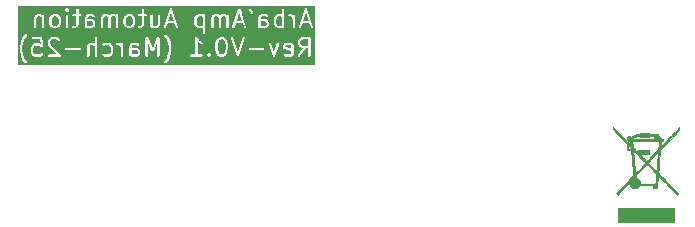
<source format=gbr>
%TF.GenerationSoftware,KiCad,Pcbnew,9.0.0*%
%TF.CreationDate,2025-03-09T16:10:17+04:00*%
%TF.ProjectId,Arbaa_Amp_V0.1,41726261-615f-4416-9d70-5f56302e312e,rev?*%
%TF.SameCoordinates,Original*%
%TF.FileFunction,Legend,Bot*%
%TF.FilePolarity,Positive*%
%FSLAX46Y46*%
G04 Gerber Fmt 4.6, Leading zero omitted, Abs format (unit mm)*
G04 Created by KiCad (PCBNEW 9.0.0) date 2025-03-09 16:10:17*
%MOMM*%
%LPD*%
G01*
G04 APERTURE LIST*
%ADD10C,0.200000*%
%ADD11C,0.010000*%
G04 APERTURE END LIST*
D10*
G36*
X132484867Y-119481049D02*
G01*
X132488450Y-119481303D01*
X132491771Y-119482679D01*
X132511280Y-119484600D01*
X132844816Y-119484600D01*
X132936744Y-119530563D01*
X132982708Y-119622491D01*
X132982708Y-119718135D01*
X132936744Y-119810064D01*
X132844816Y-119856028D01*
X132534887Y-119856028D01*
X132468423Y-119822796D01*
X132468423Y-119474756D01*
X132484867Y-119481049D01*
G37*
G36*
X140237757Y-118609642D02*
G01*
X140286235Y-118658119D01*
X140345500Y-118776647D01*
X140411279Y-119039765D01*
X140411279Y-119372291D01*
X140345500Y-119635408D01*
X140286235Y-119753937D01*
X140237758Y-119802413D01*
X140130529Y-119856028D01*
X140034886Y-119856028D01*
X139927657Y-119802414D01*
X139879181Y-119753937D01*
X139819915Y-119635407D01*
X139754136Y-119372289D01*
X139754136Y-119039767D01*
X139819915Y-118776648D01*
X139879180Y-118658120D01*
X139927656Y-118609643D01*
X140034886Y-118556028D01*
X140130529Y-118556028D01*
X140237757Y-118609642D01*
G37*
G36*
X145936743Y-119101993D02*
G01*
X145982707Y-119193920D01*
X145982707Y-119334047D01*
X145468422Y-119231190D01*
X145468422Y-119193920D01*
X145514385Y-119101992D01*
X145606314Y-119056028D01*
X145844814Y-119056028D01*
X145936743Y-119101993D01*
G37*
G36*
X147411279Y-119141742D02*
G01*
X146963457Y-119141742D01*
X146856229Y-119088128D01*
X146807749Y-119039648D01*
X146754136Y-118932421D01*
X146754136Y-118765348D01*
X146807749Y-118658120D01*
X146856226Y-118609643D01*
X146963457Y-118556028D01*
X147411279Y-118556028D01*
X147411279Y-119141742D01*
G37*
G36*
X138482708Y-116674344D02*
G01*
X138482708Y-117407880D01*
X138416244Y-117441112D01*
X138177743Y-117441112D01*
X138070514Y-117387498D01*
X138022038Y-117339021D01*
X137968422Y-117231789D01*
X137968422Y-116850434D01*
X138022037Y-116743204D01*
X138070513Y-116694727D01*
X138177743Y-116641112D01*
X138416243Y-116641112D01*
X138482708Y-116674344D01*
G37*
G36*
X126166330Y-116694728D02*
G01*
X126214807Y-116743204D01*
X126268421Y-116850432D01*
X126268421Y-117231791D01*
X126214807Y-117339018D01*
X126166327Y-117387498D01*
X126059100Y-117441112D01*
X125892028Y-117441112D01*
X125784799Y-117387498D01*
X125736323Y-117339021D01*
X125682707Y-117231789D01*
X125682707Y-116850434D01*
X125736322Y-116743204D01*
X125784798Y-116694727D01*
X125892028Y-116641112D01*
X126059099Y-116641112D01*
X126166330Y-116694728D01*
G37*
G36*
X128699152Y-117066133D02*
G01*
X128702735Y-117066387D01*
X128706056Y-117067763D01*
X128725565Y-117069684D01*
X129059101Y-117069684D01*
X129151029Y-117115647D01*
X129196993Y-117207575D01*
X129196993Y-117303219D01*
X129151029Y-117395148D01*
X129059101Y-117441112D01*
X128749172Y-117441112D01*
X128682708Y-117407880D01*
X128682708Y-117059840D01*
X128699152Y-117066133D01*
G37*
G36*
X132452045Y-116694728D02*
G01*
X132500522Y-116743204D01*
X132554136Y-116850432D01*
X132554136Y-117231791D01*
X132500522Y-117339018D01*
X132452042Y-117387498D01*
X132344815Y-117441112D01*
X132177743Y-117441112D01*
X132070514Y-117387498D01*
X132022038Y-117339021D01*
X131968422Y-117231789D01*
X131968422Y-116850434D01*
X132022037Y-116743204D01*
X132070513Y-116694727D01*
X132177743Y-116641112D01*
X132344814Y-116641112D01*
X132452045Y-116694728D01*
G37*
G36*
X143413438Y-117066133D02*
G01*
X143417021Y-117066387D01*
X143420342Y-117067763D01*
X143439851Y-117069684D01*
X143773387Y-117069684D01*
X143865315Y-117115647D01*
X143911279Y-117207575D01*
X143911279Y-117303219D01*
X143865315Y-117395148D01*
X143773387Y-117441112D01*
X143463458Y-117441112D01*
X143396994Y-117407880D01*
X143396994Y-117059840D01*
X143413438Y-117066133D01*
G37*
G36*
X145196994Y-116674344D02*
G01*
X145196994Y-117407880D01*
X145130530Y-117441112D01*
X144892029Y-117441112D01*
X144784800Y-117387498D01*
X144736324Y-117339021D01*
X144682708Y-117231789D01*
X144682708Y-116850434D01*
X144736323Y-116743204D01*
X144784799Y-116694727D01*
X144892029Y-116641112D01*
X145130529Y-116641112D01*
X145196994Y-116674344D01*
G37*
G36*
X136015394Y-117012541D02*
G01*
X135578592Y-117012541D01*
X135796993Y-116357339D01*
X136015394Y-117012541D01*
G37*
G36*
X141801108Y-117012541D02*
G01*
X141364306Y-117012541D01*
X141582707Y-116357339D01*
X141801108Y-117012541D01*
G37*
G36*
X147443965Y-117012541D02*
G01*
X147007163Y-117012541D01*
X147225564Y-116357339D01*
X147443965Y-117012541D01*
G37*
G36*
X147991446Y-120792203D02*
G01*
X122816042Y-120792203D01*
X122816042Y-119241637D01*
X122982709Y-119241637D01*
X122982715Y-119241671D01*
X122982709Y-119241742D01*
X122982709Y-119527457D01*
X122982715Y-119527527D01*
X122982709Y-119527562D01*
X122983656Y-119537076D01*
X122984630Y-119546966D01*
X122984644Y-119547000D01*
X122984651Y-119547069D01*
X123056080Y-119904212D01*
X123057891Y-119910161D01*
X123059270Y-119916223D01*
X123130699Y-120130508D01*
X123133589Y-120136982D01*
X123136124Y-120143606D01*
X123207552Y-120286463D01*
X123210866Y-120291728D01*
X123213790Y-120297212D01*
X123356647Y-120511498D01*
X123356691Y-120511552D01*
X123356705Y-120511585D01*
X123362885Y-120519116D01*
X123369067Y-120526665D01*
X123369096Y-120526684D01*
X123369141Y-120526739D01*
X123440570Y-120598168D01*
X123455724Y-120610604D01*
X123491772Y-120625536D01*
X123530790Y-120625536D01*
X123566838Y-120610604D01*
X123594428Y-120583014D01*
X123609360Y-120546966D01*
X123609360Y-120507948D01*
X123594428Y-120471900D01*
X123581992Y-120456746D01*
X123517563Y-120392317D01*
X123383654Y-120191453D01*
X123318186Y-120060518D01*
X123250975Y-119858885D01*
X123182709Y-119517554D01*
X123182709Y-119313171D01*
X123911280Y-119313171D01*
X123911280Y-119670314D01*
X123913201Y-119689823D01*
X123914576Y-119693143D01*
X123914831Y-119696727D01*
X123921837Y-119715036D01*
X123993266Y-119857892D01*
X123998552Y-119866290D01*
X123999562Y-119868728D01*
X124001813Y-119871471D01*
X124003709Y-119874483D01*
X124005706Y-119876215D01*
X124011998Y-119883882D01*
X124083427Y-119955311D01*
X124091097Y-119961605D01*
X124092827Y-119963600D01*
X124095834Y-119965493D01*
X124098581Y-119967747D01*
X124101020Y-119968757D01*
X124109417Y-119974043D01*
X124252274Y-120045471D01*
X124270583Y-120052477D01*
X124274165Y-120052731D01*
X124277486Y-120054107D01*
X124296995Y-120056028D01*
X124654138Y-120056028D01*
X124673647Y-120054107D01*
X124676967Y-120052731D01*
X124680551Y-120052477D01*
X124698859Y-120045471D01*
X124841716Y-119974043D01*
X124850112Y-119968757D01*
X124852553Y-119967747D01*
X124855298Y-119965493D01*
X124858307Y-119963600D01*
X124860039Y-119961602D01*
X124867706Y-119955310D01*
X124939134Y-119883881D01*
X124951571Y-119868728D01*
X124966502Y-119832679D01*
X124966501Y-119793661D01*
X124951570Y-119757613D01*
X124923980Y-119730023D01*
X124887931Y-119715092D01*
X124848913Y-119715093D01*
X124812865Y-119730024D01*
X124797712Y-119742461D01*
X124737759Y-119802414D01*
X124630531Y-119856028D01*
X124320602Y-119856028D01*
X124213374Y-119802414D01*
X124164894Y-119753934D01*
X124111280Y-119646705D01*
X124111280Y-119336779D01*
X124164894Y-119229550D01*
X124213374Y-119181070D01*
X124320602Y-119127457D01*
X124630531Y-119127457D01*
X124737759Y-119181070D01*
X124797712Y-119241024D01*
X124812865Y-119253461D01*
X124817519Y-119255389D01*
X124821415Y-119258576D01*
X124835406Y-119262797D01*
X124848913Y-119268392D01*
X124853948Y-119268392D01*
X124858770Y-119269847D01*
X124873315Y-119268392D01*
X124887931Y-119268393D01*
X124892583Y-119266465D01*
X124897594Y-119265965D01*
X124910471Y-119259057D01*
X124923980Y-119253462D01*
X124927542Y-119249899D01*
X124931978Y-119247520D01*
X124941227Y-119236214D01*
X124951570Y-119225872D01*
X124953498Y-119221215D01*
X124956685Y-119217321D01*
X124960905Y-119203332D01*
X124966501Y-119189824D01*
X124966501Y-119184788D01*
X124967956Y-119179967D01*
X124967927Y-119160363D01*
X124926065Y-118741742D01*
X125339851Y-118741742D01*
X125339851Y-118884600D01*
X125340823Y-118894473D01*
X125340636Y-118897108D01*
X125341423Y-118900571D01*
X125341772Y-118904109D01*
X125342783Y-118906550D01*
X125344983Y-118916223D01*
X125416412Y-119130508D01*
X125424403Y-119148408D01*
X125426758Y-119151123D01*
X125428133Y-119154442D01*
X125440569Y-119169596D01*
X126127002Y-119856028D01*
X125439851Y-119856028D01*
X125420342Y-119857949D01*
X125384294Y-119872881D01*
X125356704Y-119900471D01*
X125341772Y-119936519D01*
X125341772Y-119975537D01*
X125356704Y-120011585D01*
X125384294Y-120039175D01*
X125420342Y-120054107D01*
X125439851Y-120056028D01*
X126368423Y-120056028D01*
X126387932Y-120054107D01*
X126423980Y-120039175D01*
X126451570Y-120011585D01*
X126466502Y-119975537D01*
X126466502Y-119936519D01*
X126455360Y-119909620D01*
X126451570Y-119900470D01*
X126439133Y-119885317D01*
X125918908Y-119365091D01*
X126841773Y-119365091D01*
X126841773Y-119404109D01*
X126856705Y-119440157D01*
X126884295Y-119467747D01*
X126920343Y-119482679D01*
X126939852Y-119484600D01*
X128082709Y-119484600D01*
X128102218Y-119482679D01*
X128138266Y-119467747D01*
X128165856Y-119440157D01*
X128180788Y-119404109D01*
X128180788Y-119365091D01*
X128165856Y-119329043D01*
X128138266Y-119301453D01*
X128102218Y-119286521D01*
X128082709Y-119284600D01*
X126939852Y-119284600D01*
X126920343Y-119286521D01*
X126884295Y-119301453D01*
X126856705Y-119329043D01*
X126841773Y-119365091D01*
X125918908Y-119365091D01*
X125724131Y-119170314D01*
X128696995Y-119170314D01*
X128696995Y-119956028D01*
X128698916Y-119975537D01*
X128713848Y-120011585D01*
X128741438Y-120039175D01*
X128777486Y-120054107D01*
X128816504Y-120054107D01*
X128852552Y-120039175D01*
X128880142Y-120011585D01*
X128895074Y-119975537D01*
X128896995Y-119956028D01*
X128896995Y-119193920D01*
X128942958Y-119101992D01*
X129034887Y-119056028D01*
X129201958Y-119056028D01*
X129309189Y-119109644D01*
X129339852Y-119140306D01*
X129339852Y-119956028D01*
X129341773Y-119975537D01*
X129356705Y-120011585D01*
X129384295Y-120039175D01*
X129420343Y-120054107D01*
X129459361Y-120054107D01*
X129495409Y-120039175D01*
X129522999Y-120011585D01*
X129537931Y-119975537D01*
X129539852Y-119956028D01*
X129539852Y-119014950D01*
X129983494Y-119014950D01*
X129986260Y-119053870D01*
X130003709Y-119088769D01*
X130033186Y-119114333D01*
X130070202Y-119126672D01*
X130109122Y-119123906D01*
X130127431Y-119116900D01*
X130249173Y-119056028D01*
X130487672Y-119056028D01*
X130594903Y-119109644D01*
X130643380Y-119158120D01*
X130696994Y-119265348D01*
X130696994Y-119646707D01*
X130643380Y-119753934D01*
X130594900Y-119802414D01*
X130487673Y-119856028D01*
X130249173Y-119856028D01*
X130127430Y-119795157D01*
X130109122Y-119788151D01*
X130070201Y-119785385D01*
X130033186Y-119797724D01*
X130003709Y-119823289D01*
X129986260Y-119858187D01*
X129983494Y-119897108D01*
X129995833Y-119934123D01*
X130021398Y-119963600D01*
X130037988Y-119974043D01*
X130180845Y-120045471D01*
X130199154Y-120052477D01*
X130202736Y-120052731D01*
X130206057Y-120054107D01*
X130225566Y-120056028D01*
X130511280Y-120056028D01*
X130530789Y-120054107D01*
X130534109Y-120052731D01*
X130537693Y-120052477D01*
X130556001Y-120045471D01*
X130698858Y-119974043D01*
X130707256Y-119968756D01*
X130709694Y-119967747D01*
X130712437Y-119965495D01*
X130715449Y-119963600D01*
X130717181Y-119961602D01*
X130724848Y-119955311D01*
X130796277Y-119883882D01*
X130802571Y-119876211D01*
X130804566Y-119874482D01*
X130806459Y-119871474D01*
X130808713Y-119868728D01*
X130809723Y-119866288D01*
X130815009Y-119857892D01*
X130886437Y-119715035D01*
X130893443Y-119696726D01*
X130893697Y-119693143D01*
X130895073Y-119689823D01*
X130896994Y-119670314D01*
X130896994Y-119241742D01*
X130895073Y-119222233D01*
X130893697Y-119218912D01*
X130893443Y-119215330D01*
X130886437Y-119197021D01*
X130815009Y-119054164D01*
X130809724Y-119045768D01*
X130808713Y-119043327D01*
X130806457Y-119040579D01*
X130804566Y-119037574D01*
X130802571Y-119035843D01*
X130796276Y-119028174D01*
X130724847Y-118956746D01*
X130717180Y-118950453D01*
X130715449Y-118948457D01*
X130712441Y-118946563D01*
X130709694Y-118944309D01*
X130707252Y-118943297D01*
X130698858Y-118938014D01*
X130695868Y-118936519D01*
X131127486Y-118936519D01*
X131127486Y-118975537D01*
X131142418Y-119011585D01*
X131170008Y-119039175D01*
X131206056Y-119054107D01*
X131225565Y-119056028D01*
X131344815Y-119056028D01*
X131452043Y-119109642D01*
X131500521Y-119158119D01*
X131554137Y-119265349D01*
X131554137Y-119956028D01*
X131556058Y-119975537D01*
X131570990Y-120011585D01*
X131598580Y-120039175D01*
X131634628Y-120054107D01*
X131673646Y-120054107D01*
X131709694Y-120039175D01*
X131737284Y-120011585D01*
X131752216Y-119975537D01*
X131754137Y-119956028D01*
X131754137Y-119170314D01*
X132268423Y-119170314D01*
X132268423Y-119956028D01*
X132270344Y-119975537D01*
X132285276Y-120011585D01*
X132312866Y-120039175D01*
X132348914Y-120054107D01*
X132387932Y-120054107D01*
X132423980Y-120039175D01*
X132433975Y-120029179D01*
X132466559Y-120045471D01*
X132484868Y-120052477D01*
X132488450Y-120052731D01*
X132491771Y-120054107D01*
X132511280Y-120056028D01*
X132868423Y-120056028D01*
X132887932Y-120054107D01*
X132891252Y-120052731D01*
X132894836Y-120052477D01*
X132913144Y-120045471D01*
X133056001Y-119974043D01*
X133059263Y-119971989D01*
X133060804Y-119971476D01*
X133062721Y-119969812D01*
X133072592Y-119963600D01*
X133080808Y-119954125D01*
X133090280Y-119945911D01*
X133096493Y-119936039D01*
X133098156Y-119934123D01*
X133098669Y-119932584D01*
X133100723Y-119929321D01*
X133172151Y-119786463D01*
X133179158Y-119768154D01*
X133179412Y-119764568D01*
X133180787Y-119761251D01*
X133182708Y-119741742D01*
X133182708Y-119598885D01*
X133180787Y-119579376D01*
X133179411Y-119576055D01*
X133179157Y-119572473D01*
X133172151Y-119554164D01*
X133100723Y-119411307D01*
X133098669Y-119408043D01*
X133098156Y-119406505D01*
X133096493Y-119404588D01*
X133090280Y-119394717D01*
X133080809Y-119386503D01*
X133072592Y-119377028D01*
X133062718Y-119370813D01*
X133060803Y-119369152D01*
X133059264Y-119368639D01*
X133056001Y-119366585D01*
X132913144Y-119295157D01*
X132894836Y-119288151D01*
X132891252Y-119287896D01*
X132887932Y-119286521D01*
X132868423Y-119284600D01*
X132534887Y-119284600D01*
X132468423Y-119251367D01*
X132468423Y-119193920D01*
X132514386Y-119101992D01*
X132606315Y-119056028D01*
X132844815Y-119056028D01*
X132966558Y-119116900D01*
X132984867Y-119123906D01*
X133023787Y-119126672D01*
X133060803Y-119114333D01*
X133090279Y-119088769D01*
X133107729Y-119053870D01*
X133110495Y-119014950D01*
X133098156Y-118977934D01*
X133072592Y-118948457D01*
X133056001Y-118938014D01*
X132913145Y-118866585D01*
X132894836Y-118859579D01*
X132891252Y-118859324D01*
X132887932Y-118857949D01*
X132868423Y-118856028D01*
X132582708Y-118856028D01*
X132563199Y-118857949D01*
X132559878Y-118859324D01*
X132556295Y-118859579D01*
X132537986Y-118866585D01*
X132395129Y-118938014D01*
X132391864Y-118940068D01*
X132390328Y-118940581D01*
X132388413Y-118942240D01*
X132378539Y-118948457D01*
X132370323Y-118957929D01*
X132360851Y-118966145D01*
X132354636Y-118976018D01*
X132352975Y-118977934D01*
X132352462Y-118979472D01*
X132350408Y-118982736D01*
X132278980Y-119125593D01*
X132271974Y-119143901D01*
X132271719Y-119147484D01*
X132270344Y-119150805D01*
X132268423Y-119170314D01*
X131754137Y-119170314D01*
X131754137Y-118956028D01*
X131752216Y-118936519D01*
X131737284Y-118900471D01*
X131709694Y-118872881D01*
X131673646Y-118857949D01*
X131634628Y-118857949D01*
X131598580Y-118872881D01*
X131570990Y-118900471D01*
X131556058Y-118936519D01*
X131555915Y-118937971D01*
X131413143Y-118866585D01*
X131394835Y-118859579D01*
X131391251Y-118859324D01*
X131387931Y-118857949D01*
X131368422Y-118856028D01*
X131225565Y-118856028D01*
X131206056Y-118857949D01*
X131170008Y-118872881D01*
X131142418Y-118900471D01*
X131127486Y-118936519D01*
X130695868Y-118936519D01*
X130556002Y-118866585D01*
X130537693Y-118859579D01*
X130534109Y-118859324D01*
X130530789Y-118857949D01*
X130511280Y-118856028D01*
X130225566Y-118856028D01*
X130206057Y-118857949D01*
X130202736Y-118859324D01*
X130199153Y-118859579D01*
X130180844Y-118866585D01*
X130037987Y-118938014D01*
X130021397Y-118948457D01*
X129995833Y-118977934D01*
X129983494Y-119014950D01*
X129539852Y-119014950D01*
X129539852Y-118456028D01*
X133625566Y-118456028D01*
X133625566Y-119956028D01*
X133627487Y-119975537D01*
X133642419Y-120011585D01*
X133670009Y-120039175D01*
X133706057Y-120054107D01*
X133745075Y-120054107D01*
X133781123Y-120039175D01*
X133808713Y-120011585D01*
X133823645Y-119975537D01*
X133825566Y-119956028D01*
X133825566Y-118906784D01*
X134134948Y-119569746D01*
X134139180Y-119576891D01*
X134140060Y-119579309D01*
X134141625Y-119581018D01*
X134144939Y-119586612D01*
X134156149Y-119596878D01*
X134166411Y-119608084D01*
X134170436Y-119609962D01*
X134173714Y-119612964D01*
X134187996Y-119618157D01*
X134201769Y-119624585D01*
X134206208Y-119624780D01*
X134210383Y-119626298D01*
X134225566Y-119625630D01*
X134240749Y-119626298D01*
X134244922Y-119624780D01*
X134249364Y-119624585D01*
X134263148Y-119618152D01*
X134277418Y-119612963D01*
X134280691Y-119609965D01*
X134284721Y-119608085D01*
X134294993Y-119596868D01*
X134306193Y-119586612D01*
X134309502Y-119581024D01*
X134311073Y-119579310D01*
X134311954Y-119576885D01*
X134316184Y-119569746D01*
X134625566Y-118906783D01*
X134625566Y-119956028D01*
X134627487Y-119975537D01*
X134642419Y-120011585D01*
X134670009Y-120039175D01*
X134706057Y-120054107D01*
X134745075Y-120054107D01*
X134781123Y-120039175D01*
X134808713Y-120011585D01*
X134823645Y-119975537D01*
X134825566Y-119956028D01*
X134825566Y-118456028D01*
X134824303Y-118443204D01*
X134824407Y-118440844D01*
X134823946Y-118439576D01*
X134823645Y-118436519D01*
X134817007Y-118420495D01*
X134811073Y-118404175D01*
X134809565Y-118402528D01*
X134808713Y-118400471D01*
X134796455Y-118388213D01*
X134784721Y-118375400D01*
X134782697Y-118374455D01*
X134781123Y-118372881D01*
X134765107Y-118366246D01*
X134749364Y-118358900D01*
X134747134Y-118358802D01*
X134745075Y-118357949D01*
X134727723Y-118357949D01*
X134710383Y-118357187D01*
X134708287Y-118357949D01*
X134706057Y-118357949D01*
X134690026Y-118364589D01*
X134673714Y-118370521D01*
X134672068Y-118372027D01*
X134670009Y-118372881D01*
X134657741Y-118385148D01*
X134644939Y-118396873D01*
X134643372Y-118399517D01*
X134642419Y-118400471D01*
X134641515Y-118402652D01*
X134634948Y-118413739D01*
X134225565Y-119290986D01*
X133816184Y-118413739D01*
X133809616Y-118402652D01*
X133808713Y-118400471D01*
X133807759Y-118399517D01*
X133806193Y-118396873D01*
X133793396Y-118385154D01*
X133781123Y-118372881D01*
X133779061Y-118372027D01*
X133777418Y-118370522D01*
X133761116Y-118364593D01*
X133745075Y-118357949D01*
X133742844Y-118357949D01*
X133740749Y-118357187D01*
X133723409Y-118357949D01*
X133706057Y-118357949D01*
X133703997Y-118358802D01*
X133701769Y-118358900D01*
X133686038Y-118366241D01*
X133670009Y-118372881D01*
X133668432Y-118374457D01*
X133666411Y-118375401D01*
X133654692Y-118388197D01*
X133642419Y-118400471D01*
X133641565Y-118402532D01*
X133640060Y-118404176D01*
X133634131Y-118420477D01*
X133627487Y-118436519D01*
X133627185Y-118439577D01*
X133626725Y-118440845D01*
X133626828Y-118443204D01*
X133625566Y-118456028D01*
X129539852Y-118456028D01*
X129537931Y-118436519D01*
X129522999Y-118400471D01*
X129495409Y-118372881D01*
X129459361Y-118357949D01*
X129420343Y-118357949D01*
X129384295Y-118372881D01*
X129356705Y-118400471D01*
X129341773Y-118436519D01*
X129339852Y-118456028D01*
X129339852Y-118901367D01*
X129270288Y-118866585D01*
X129251979Y-118859579D01*
X129248395Y-118859324D01*
X129245075Y-118857949D01*
X129225566Y-118856028D01*
X129011280Y-118856028D01*
X128991771Y-118857949D01*
X128988450Y-118859324D01*
X128984867Y-118859579D01*
X128966558Y-118866585D01*
X128823701Y-118938014D01*
X128820436Y-118940068D01*
X128818900Y-118940581D01*
X128816985Y-118942240D01*
X128807111Y-118948457D01*
X128798895Y-118957929D01*
X128789423Y-118966145D01*
X128783208Y-118976018D01*
X128781547Y-118977934D01*
X128781034Y-118979472D01*
X128778980Y-118982736D01*
X128707552Y-119125593D01*
X128700546Y-119143901D01*
X128700291Y-119147484D01*
X128698916Y-119150805D01*
X128696995Y-119170314D01*
X125724131Y-119170314D01*
X125598682Y-119044865D01*
X125539851Y-118868372D01*
X125539851Y-118765350D01*
X125593466Y-118658119D01*
X125641942Y-118609643D01*
X125749173Y-118556028D01*
X126059101Y-118556028D01*
X126166330Y-118609643D01*
X126226283Y-118669595D01*
X126241436Y-118682032D01*
X126277485Y-118696963D01*
X126316503Y-118696963D01*
X126352551Y-118682032D01*
X126380141Y-118654442D01*
X126395072Y-118618394D01*
X126395072Y-118579376D01*
X126380141Y-118543327D01*
X126367704Y-118528174D01*
X126296277Y-118456746D01*
X126288610Y-118450454D01*
X126286878Y-118448457D01*
X126283866Y-118446561D01*
X126281123Y-118444310D01*
X126278685Y-118443300D01*
X126270287Y-118438014D01*
X126127431Y-118366585D01*
X126109122Y-118359579D01*
X126105538Y-118359324D01*
X126102218Y-118357949D01*
X126082709Y-118356028D01*
X125725566Y-118356028D01*
X125706057Y-118357949D01*
X125702736Y-118359324D01*
X125699153Y-118359579D01*
X125680844Y-118366585D01*
X125537987Y-118438014D01*
X125529592Y-118443298D01*
X125527152Y-118444309D01*
X125524405Y-118446563D01*
X125521397Y-118448457D01*
X125519665Y-118450453D01*
X125511999Y-118456746D01*
X125440570Y-118528174D01*
X125434277Y-118535840D01*
X125432280Y-118537573D01*
X125430386Y-118540581D01*
X125428133Y-118543327D01*
X125427122Y-118545767D01*
X125421837Y-118554164D01*
X125350408Y-118697020D01*
X125343402Y-118715329D01*
X125343147Y-118718912D01*
X125341772Y-118722233D01*
X125339851Y-118741742D01*
X124926065Y-118741742D01*
X124896499Y-118446078D01*
X124895074Y-118438969D01*
X124895074Y-118436519D01*
X124894122Y-118434221D01*
X124892646Y-118426857D01*
X124885736Y-118413976D01*
X124880142Y-118400471D01*
X124876581Y-118396910D01*
X124874201Y-118392473D01*
X124862888Y-118383217D01*
X124852552Y-118372881D01*
X124847899Y-118370953D01*
X124844003Y-118367766D01*
X124830013Y-118363545D01*
X124816504Y-118357949D01*
X124809026Y-118357212D01*
X124806648Y-118356495D01*
X124804211Y-118356738D01*
X124796995Y-118356028D01*
X124082709Y-118356028D01*
X124063200Y-118357949D01*
X124027152Y-118372881D01*
X123999562Y-118400471D01*
X123984630Y-118436519D01*
X123984630Y-118475537D01*
X123999562Y-118511585D01*
X124027152Y-118539175D01*
X124063200Y-118554107D01*
X124082709Y-118556028D01*
X124706496Y-118556028D01*
X124747106Y-118962137D01*
X124698859Y-118938014D01*
X124680551Y-118931008D01*
X124676967Y-118930753D01*
X124673647Y-118929378D01*
X124654138Y-118927457D01*
X124296995Y-118927457D01*
X124277486Y-118929378D01*
X124274165Y-118930753D01*
X124270583Y-118931008D01*
X124252274Y-118938014D01*
X124109417Y-119009442D01*
X124101020Y-119014727D01*
X124098581Y-119015738D01*
X124095834Y-119017991D01*
X124092827Y-119019885D01*
X124091097Y-119021879D01*
X124083427Y-119028174D01*
X124011998Y-119099603D01*
X124005706Y-119107269D01*
X124003709Y-119109002D01*
X124001813Y-119112013D01*
X123999562Y-119114757D01*
X123998552Y-119117194D01*
X123993266Y-119125593D01*
X123921837Y-119268449D01*
X123914831Y-119286758D01*
X123914576Y-119290341D01*
X123913201Y-119293662D01*
X123911280Y-119313171D01*
X123182709Y-119313171D01*
X123182709Y-119251644D01*
X123250975Y-118910314D01*
X123318188Y-118708679D01*
X123383654Y-118577745D01*
X123517563Y-118376881D01*
X123581992Y-118312453D01*
X123594428Y-118297299D01*
X123609360Y-118261251D01*
X123609360Y-118222233D01*
X135198915Y-118222233D01*
X135198915Y-118261251D01*
X135213847Y-118297299D01*
X135226283Y-118312453D01*
X135290711Y-118376881D01*
X135424619Y-118577743D01*
X135490088Y-118708679D01*
X135557299Y-118910312D01*
X135625566Y-119251644D01*
X135625566Y-119517554D01*
X135557299Y-119858885D01*
X135490089Y-120060517D01*
X135424619Y-120191455D01*
X135290711Y-120392317D01*
X135226283Y-120456746D01*
X135213847Y-120471900D01*
X135198915Y-120507948D01*
X135198915Y-120546966D01*
X135213847Y-120583014D01*
X135241437Y-120610604D01*
X135277485Y-120625536D01*
X135316503Y-120625536D01*
X135352551Y-120610604D01*
X135367705Y-120598168D01*
X135439134Y-120526739D01*
X135439178Y-120526684D01*
X135439208Y-120526665D01*
X135445389Y-120519116D01*
X135451570Y-120511585D01*
X135451583Y-120511552D01*
X135451628Y-120511498D01*
X135594485Y-120297212D01*
X135597407Y-120291731D01*
X135600723Y-120286464D01*
X135672152Y-120143607D01*
X135674688Y-120136978D01*
X135677577Y-120130508D01*
X135742240Y-119936519D01*
X137413200Y-119936519D01*
X137413200Y-119975537D01*
X137428132Y-120011585D01*
X137455722Y-120039175D01*
X137491770Y-120054107D01*
X137511279Y-120056028D01*
X138368422Y-120056028D01*
X138387931Y-120054107D01*
X138423979Y-120039175D01*
X138451569Y-120011585D01*
X138466501Y-119975537D01*
X138466501Y-119936519D01*
X138451569Y-119900471D01*
X138423979Y-119872881D01*
X138405173Y-119865091D01*
X138841772Y-119865091D01*
X138841772Y-119904109D01*
X138844055Y-119909620D01*
X138856704Y-119940158D01*
X138869141Y-119955311D01*
X138940570Y-120026739D01*
X138955723Y-120039176D01*
X138979983Y-120049224D01*
X138991771Y-120054107D01*
X138991772Y-120054107D01*
X139030789Y-120054107D01*
X139051906Y-120045359D01*
X139066838Y-120039175D01*
X139066842Y-120039170D01*
X139081991Y-120026739D01*
X139153418Y-119955311D01*
X139165855Y-119940158D01*
X139177358Y-119912386D01*
X139180786Y-119904110D01*
X139180787Y-119865092D01*
X139165856Y-119829043D01*
X139153419Y-119813890D01*
X139081991Y-119742461D01*
X139066838Y-119730024D01*
X139051906Y-119723839D01*
X139030789Y-119715092D01*
X138991771Y-119715092D01*
X138981213Y-119719465D01*
X138955723Y-119730023D01*
X138955717Y-119730028D01*
X138940569Y-119742460D01*
X138869140Y-119813889D01*
X138856708Y-119829037D01*
X138856703Y-119829043D01*
X138852239Y-119839821D01*
X138841772Y-119865091D01*
X138405173Y-119865091D01*
X138387931Y-119857949D01*
X138368422Y-119856028D01*
X138039851Y-119856028D01*
X138039851Y-119027457D01*
X139554136Y-119027457D01*
X139554136Y-119384600D01*
X139554471Y-119388002D01*
X139554254Y-119389461D01*
X139555333Y-119396758D01*
X139556057Y-119404109D01*
X139556621Y-119405472D01*
X139557122Y-119408854D01*
X139628551Y-119694567D01*
X139629064Y-119696004D01*
X139629116Y-119696727D01*
X139632227Y-119704857D01*
X139635146Y-119713028D01*
X139635575Y-119713607D01*
X139636122Y-119715036D01*
X139707551Y-119857892D01*
X139712834Y-119866286D01*
X139713846Y-119868728D01*
X139716100Y-119871475D01*
X139717994Y-119874483D01*
X139719990Y-119876214D01*
X139726283Y-119883881D01*
X139797711Y-119955310D01*
X139805380Y-119961605D01*
X139807111Y-119963600D01*
X139810116Y-119965491D01*
X139812864Y-119967747D01*
X139815305Y-119968758D01*
X139823701Y-119974043D01*
X139966558Y-120045471D01*
X139984867Y-120052477D01*
X139988449Y-120052731D01*
X139991770Y-120054107D01*
X140011279Y-120056028D01*
X140154136Y-120056028D01*
X140173645Y-120054107D01*
X140176965Y-120052731D01*
X140180548Y-120052477D01*
X140198857Y-120045471D01*
X140341715Y-119974043D01*
X140350111Y-119968757D01*
X140352552Y-119967747D01*
X140355297Y-119965493D01*
X140358306Y-119963600D01*
X140360038Y-119961602D01*
X140367705Y-119955310D01*
X140439133Y-119883881D01*
X140445425Y-119876214D01*
X140447422Y-119874483D01*
X140449315Y-119871474D01*
X140451570Y-119868728D01*
X140452580Y-119866287D01*
X140457865Y-119857893D01*
X140529294Y-119715036D01*
X140529840Y-119713607D01*
X140530270Y-119713028D01*
X140533188Y-119704857D01*
X140536300Y-119696727D01*
X140536351Y-119696004D01*
X140536865Y-119694567D01*
X140608293Y-119408854D01*
X140608793Y-119405472D01*
X140609358Y-119404109D01*
X140610081Y-119396758D01*
X140611161Y-119389461D01*
X140610943Y-119388002D01*
X140611279Y-119384600D01*
X140611279Y-119027457D01*
X140610943Y-119024054D01*
X140611161Y-119022596D01*
X140610081Y-119015299D01*
X140609358Y-119007948D01*
X140608792Y-119006583D01*
X140608293Y-119003204D01*
X140536865Y-118717489D01*
X140536351Y-118716051D01*
X140536300Y-118715329D01*
X140533188Y-118707198D01*
X140530270Y-118699028D01*
X140529840Y-118698448D01*
X140529294Y-118697020D01*
X140457865Y-118554163D01*
X140452579Y-118545765D01*
X140451569Y-118543327D01*
X140449316Y-118540582D01*
X140447422Y-118537573D01*
X140445424Y-118535840D01*
X140439132Y-118528174D01*
X140379494Y-118468535D01*
X140840635Y-118468535D01*
X140844982Y-118487651D01*
X141344982Y-119987651D01*
X141352973Y-120005551D01*
X141357656Y-120010950D01*
X141360851Y-120017340D01*
X141370323Y-120025555D01*
X141378539Y-120035028D01*
X141384928Y-120038222D01*
X141390327Y-120042905D01*
X141402223Y-120046870D01*
X141413437Y-120052477D01*
X141420564Y-120052983D01*
X141427343Y-120055243D01*
X141439850Y-120054354D01*
X141452357Y-120055243D01*
X141459135Y-120052983D01*
X141466263Y-120052477D01*
X141477475Y-120046870D01*
X141489373Y-120042905D01*
X141494772Y-120038221D01*
X141501162Y-120035027D01*
X141509377Y-120025555D01*
X141518849Y-120017340D01*
X141522043Y-120010950D01*
X141526727Y-120005551D01*
X141534718Y-119987651D01*
X141742238Y-119365091D01*
X142341772Y-119365091D01*
X142341772Y-119404109D01*
X142356704Y-119440157D01*
X142384294Y-119467747D01*
X142420342Y-119482679D01*
X142439851Y-119484600D01*
X143582708Y-119484600D01*
X143602217Y-119482679D01*
X143638265Y-119467747D01*
X143665855Y-119440157D01*
X143680787Y-119404109D01*
X143680787Y-119365091D01*
X143665855Y-119329043D01*
X143638265Y-119301453D01*
X143602217Y-119286521D01*
X143582708Y-119284600D01*
X142439851Y-119284600D01*
X142420342Y-119286521D01*
X142384294Y-119301453D01*
X142356704Y-119329043D01*
X142341772Y-119365091D01*
X141742238Y-119365091D01*
X141873721Y-118970643D01*
X144055209Y-118970643D01*
X144059962Y-118989662D01*
X144417105Y-119989662D01*
X144425475Y-120007388D01*
X144428845Y-120011110D01*
X144430993Y-120015645D01*
X144441841Y-120025465D01*
X144451662Y-120036314D01*
X144456196Y-120038461D01*
X144459919Y-120041832D01*
X144473705Y-120046755D01*
X144486924Y-120053017D01*
X144491935Y-120053266D01*
X144496664Y-120054955D01*
X144511279Y-120054228D01*
X144525894Y-120054955D01*
X144530622Y-120053266D01*
X144535634Y-120053017D01*
X144548857Y-120046753D01*
X144562639Y-120041831D01*
X144566359Y-120038462D01*
X144570896Y-120036314D01*
X144580718Y-120025463D01*
X144591565Y-120015645D01*
X144593712Y-120011110D01*
X144597083Y-120007388D01*
X144605453Y-119989662D01*
X144898077Y-119170314D01*
X145268422Y-119170314D01*
X145268422Y-119313171D01*
X145270343Y-119332680D01*
X145274092Y-119341732D01*
X145275994Y-119351343D01*
X145281485Y-119359579D01*
X145285275Y-119368728D01*
X145292201Y-119375654D01*
X145297637Y-119383808D01*
X145305865Y-119389318D01*
X145312865Y-119396318D01*
X145321916Y-119400067D01*
X145330057Y-119405519D01*
X145348810Y-119411229D01*
X145348911Y-119411249D01*
X145348913Y-119411250D01*
X145348915Y-119411250D01*
X145982707Y-119538008D01*
X145982707Y-119718135D01*
X145936743Y-119810064D01*
X145844815Y-119856028D01*
X145606314Y-119856028D01*
X145484571Y-119795157D01*
X145466263Y-119788151D01*
X145427342Y-119785385D01*
X145390327Y-119797724D01*
X145360850Y-119823289D01*
X145343401Y-119858187D01*
X145340635Y-119897108D01*
X145352974Y-119934123D01*
X145378539Y-119963600D01*
X145395129Y-119974043D01*
X145537986Y-120045471D01*
X145556295Y-120052477D01*
X145559877Y-120052731D01*
X145563198Y-120054107D01*
X145582707Y-120056028D01*
X145868422Y-120056028D01*
X145887931Y-120054107D01*
X145891251Y-120052731D01*
X145894835Y-120052477D01*
X145913143Y-120045471D01*
X146056000Y-119974043D01*
X146059262Y-119971989D01*
X146060803Y-119971476D01*
X146062720Y-119969812D01*
X146072591Y-119963600D01*
X146080807Y-119954125D01*
X146090279Y-119945911D01*
X146096492Y-119936039D01*
X146098155Y-119934123D01*
X146098668Y-119932584D01*
X146100722Y-119929321D01*
X146172150Y-119786463D01*
X146179157Y-119768154D01*
X146179411Y-119764568D01*
X146180786Y-119761251D01*
X146182707Y-119741742D01*
X146182707Y-119456138D01*
X146182708Y-119456133D01*
X146182707Y-119456127D01*
X146182707Y-119170314D01*
X146180786Y-119150805D01*
X146179410Y-119147484D01*
X146179156Y-119143902D01*
X146172150Y-119125593D01*
X146100722Y-118982736D01*
X146098668Y-118979472D01*
X146098155Y-118977934D01*
X146096492Y-118976017D01*
X146090279Y-118966146D01*
X146080808Y-118957932D01*
X146072591Y-118948457D01*
X146062717Y-118942242D01*
X146060802Y-118940581D01*
X146059263Y-118940068D01*
X146056000Y-118938014D01*
X145913144Y-118866585D01*
X145894835Y-118859579D01*
X145891251Y-118859324D01*
X145887931Y-118857949D01*
X145868422Y-118856028D01*
X145582707Y-118856028D01*
X145563198Y-118857949D01*
X145559877Y-118859324D01*
X145556294Y-118859579D01*
X145537985Y-118866585D01*
X145395128Y-118938014D01*
X145391863Y-118940068D01*
X145390327Y-118940581D01*
X145388412Y-118942240D01*
X145378538Y-118948457D01*
X145370322Y-118957929D01*
X145360850Y-118966145D01*
X145354635Y-118976018D01*
X145352974Y-118977934D01*
X145352461Y-118979472D01*
X145350407Y-118982736D01*
X145278979Y-119125593D01*
X145271973Y-119143901D01*
X145271718Y-119147484D01*
X145270343Y-119150805D01*
X145268422Y-119170314D01*
X144898077Y-119170314D01*
X144962596Y-118989662D01*
X144967349Y-118970643D01*
X144965411Y-118931673D01*
X144948708Y-118896411D01*
X144919782Y-118870225D01*
X144883037Y-118857101D01*
X144844067Y-118859039D01*
X144808805Y-118875742D01*
X144782618Y-118904668D01*
X144774248Y-118922394D01*
X144511279Y-119658706D01*
X144248310Y-118922394D01*
X144239940Y-118904668D01*
X144213753Y-118875742D01*
X144178491Y-118859039D01*
X144139521Y-118857101D01*
X144102776Y-118870224D01*
X144073850Y-118896411D01*
X144057147Y-118931673D01*
X144055209Y-118970643D01*
X141873721Y-118970643D01*
X141950021Y-118741742D01*
X146554136Y-118741742D01*
X146554136Y-118956028D01*
X146556057Y-118975537D01*
X146557432Y-118978857D01*
X146557687Y-118982441D01*
X146564693Y-119000749D01*
X146636121Y-119143606D01*
X146641407Y-119152004D01*
X146642417Y-119154442D01*
X146644668Y-119157185D01*
X146646564Y-119160197D01*
X146648561Y-119161929D01*
X146654853Y-119169596D01*
X146726282Y-119241025D01*
X146733952Y-119247319D01*
X146735682Y-119249314D01*
X146738689Y-119251207D01*
X146741436Y-119253461D01*
X146743875Y-119254471D01*
X146752272Y-119259757D01*
X146895129Y-119331185D01*
X146913438Y-119338191D01*
X146917020Y-119338445D01*
X146920341Y-119339821D01*
X146939850Y-119341742D01*
X146962071Y-119341742D01*
X146572213Y-119898682D01*
X146562599Y-119915766D01*
X146554159Y-119953860D01*
X146560940Y-119992285D01*
X146581909Y-120025190D01*
X146613874Y-120047565D01*
X146651968Y-120056005D01*
X146690393Y-120049224D01*
X146723298Y-120028255D01*
X146736059Y-120013374D01*
X147206201Y-119341742D01*
X147411279Y-119341742D01*
X147411279Y-119956028D01*
X147413200Y-119975537D01*
X147428132Y-120011585D01*
X147455722Y-120039175D01*
X147491770Y-120054107D01*
X147530788Y-120054107D01*
X147566836Y-120039175D01*
X147594426Y-120011585D01*
X147609358Y-119975537D01*
X147611279Y-119956028D01*
X147611279Y-118456028D01*
X147609358Y-118436519D01*
X147594426Y-118400471D01*
X147566836Y-118372881D01*
X147530788Y-118357949D01*
X147511279Y-118356028D01*
X146939850Y-118356028D01*
X146920341Y-118357949D01*
X146917020Y-118359324D01*
X146913437Y-118359579D01*
X146895128Y-118366585D01*
X146752271Y-118438014D01*
X146743876Y-118443298D01*
X146741436Y-118444309D01*
X146738689Y-118446563D01*
X146735681Y-118448457D01*
X146733949Y-118450453D01*
X146726283Y-118456746D01*
X146654854Y-118528174D01*
X146648561Y-118535840D01*
X146646564Y-118537573D01*
X146644670Y-118540581D01*
X146642417Y-118543327D01*
X146641406Y-118545767D01*
X146636121Y-118554164D01*
X146564693Y-118697021D01*
X146557687Y-118715329D01*
X146557432Y-118718912D01*
X146556057Y-118722233D01*
X146554136Y-118741742D01*
X141950021Y-118741742D01*
X142034718Y-118487651D01*
X142039065Y-118468535D01*
X142036299Y-118429615D01*
X142018849Y-118394716D01*
X141989373Y-118369151D01*
X141952357Y-118356813D01*
X141913437Y-118359579D01*
X141878539Y-118377028D01*
X141852973Y-118406505D01*
X141844982Y-118424405D01*
X141439850Y-119639801D01*
X141034718Y-118424405D01*
X141026727Y-118406505D01*
X141001162Y-118377029D01*
X140966263Y-118359579D01*
X140927343Y-118356813D01*
X140890327Y-118369151D01*
X140860851Y-118394716D01*
X140843401Y-118429615D01*
X140840635Y-118468535D01*
X140379494Y-118468535D01*
X140367705Y-118456746D01*
X140360038Y-118450454D01*
X140358306Y-118448457D01*
X140355294Y-118446561D01*
X140352551Y-118444310D01*
X140350113Y-118443300D01*
X140341715Y-118438014D01*
X140198857Y-118366585D01*
X140180549Y-118359579D01*
X140176965Y-118359324D01*
X140173645Y-118357949D01*
X140154136Y-118356028D01*
X140011279Y-118356028D01*
X139991770Y-118357949D01*
X139988449Y-118359324D01*
X139984866Y-118359579D01*
X139966557Y-118366585D01*
X139823700Y-118438014D01*
X139815302Y-118443299D01*
X139812864Y-118444310D01*
X139810119Y-118446562D01*
X139807110Y-118448457D01*
X139805377Y-118450454D01*
X139797711Y-118456747D01*
X139726283Y-118528174D01*
X139719991Y-118535840D01*
X139717994Y-118537573D01*
X139716098Y-118540584D01*
X139713847Y-118543328D01*
X139712837Y-118545765D01*
X139707551Y-118554164D01*
X139636122Y-118697020D01*
X139635575Y-118698448D01*
X139635146Y-118699028D01*
X139632227Y-118707198D01*
X139629116Y-118715329D01*
X139629064Y-118716051D01*
X139628551Y-118717489D01*
X139557122Y-119003203D01*
X139556621Y-119006584D01*
X139556057Y-119007948D01*
X139555333Y-119015298D01*
X139554254Y-119022596D01*
X139554471Y-119024054D01*
X139554136Y-119027457D01*
X138039851Y-119027457D01*
X138039851Y-118768878D01*
X138154854Y-118883881D01*
X138162520Y-118890173D01*
X138164253Y-118892171D01*
X138167262Y-118894065D01*
X138170007Y-118896318D01*
X138172445Y-118897328D01*
X138180843Y-118902614D01*
X138323700Y-118974043D01*
X138342009Y-118981049D01*
X138380929Y-118983815D01*
X138417945Y-118971476D01*
X138447421Y-118945912D01*
X138464871Y-118911013D01*
X138467637Y-118872093D01*
X138455298Y-118835077D01*
X138429734Y-118805600D01*
X138413143Y-118795157D01*
X138284799Y-118730984D01*
X138160419Y-118606603D01*
X138023056Y-118400558D01*
X138023011Y-118400503D01*
X138022998Y-118400471D01*
X138022924Y-118400397D01*
X138010636Y-118385391D01*
X138002407Y-118379880D01*
X137995408Y-118372881D01*
X137986356Y-118369131D01*
X137978216Y-118363680D01*
X137968508Y-118361738D01*
X137959360Y-118357949D01*
X137949561Y-118357949D01*
X137939956Y-118356028D01*
X137930245Y-118357949D01*
X137920342Y-118357949D01*
X137911289Y-118361698D01*
X137901679Y-118363600D01*
X137893440Y-118369092D01*
X137884294Y-118372881D01*
X137877367Y-118379807D01*
X137869214Y-118385243D01*
X137863703Y-118393471D01*
X137856704Y-118400471D01*
X137852954Y-118409522D01*
X137847503Y-118417663D01*
X137845561Y-118427370D01*
X137841772Y-118436519D01*
X137839871Y-118455821D01*
X137839851Y-118455923D01*
X137839857Y-118455957D01*
X137839851Y-118456028D01*
X137839851Y-119856028D01*
X137511279Y-119856028D01*
X137491770Y-119857949D01*
X137455722Y-119872881D01*
X137428132Y-119900471D01*
X137413200Y-119936519D01*
X135742240Y-119936519D01*
X135749005Y-119916223D01*
X135750383Y-119910162D01*
X135752195Y-119904212D01*
X135823624Y-119547069D01*
X135823630Y-119547000D01*
X135823645Y-119546966D01*
X135824618Y-119537076D01*
X135825566Y-119527562D01*
X135825559Y-119527527D01*
X135825566Y-119527457D01*
X135825566Y-119241742D01*
X135825559Y-119241671D01*
X135825566Y-119241637D01*
X135824618Y-119232122D01*
X135823645Y-119222233D01*
X135823630Y-119222198D01*
X135823624Y-119222130D01*
X135752195Y-118864988D01*
X135750383Y-118859037D01*
X135749005Y-118852977D01*
X135677577Y-118638691D01*
X135674688Y-118632220D01*
X135672152Y-118625592D01*
X135600723Y-118482735D01*
X135597407Y-118477467D01*
X135594485Y-118471987D01*
X135451628Y-118257701D01*
X135451583Y-118257646D01*
X135451570Y-118257614D01*
X135445389Y-118250082D01*
X135439208Y-118242534D01*
X135439178Y-118242514D01*
X135439134Y-118242460D01*
X135367705Y-118171031D01*
X135352551Y-118158595D01*
X135316503Y-118143663D01*
X135277485Y-118143663D01*
X135241437Y-118158595D01*
X135213847Y-118186185D01*
X135198915Y-118222233D01*
X123609360Y-118222233D01*
X123594428Y-118186185D01*
X123566838Y-118158595D01*
X123530790Y-118143663D01*
X123491772Y-118143663D01*
X123455724Y-118158595D01*
X123440570Y-118171031D01*
X123369141Y-118242460D01*
X123369096Y-118242514D01*
X123369067Y-118242534D01*
X123362885Y-118250082D01*
X123356705Y-118257614D01*
X123356691Y-118257646D01*
X123356647Y-118257701D01*
X123213790Y-118471987D01*
X123210866Y-118477470D01*
X123207552Y-118482736D01*
X123136124Y-118625593D01*
X123133589Y-118632216D01*
X123130699Y-118638691D01*
X123059270Y-118852977D01*
X123057891Y-118859038D01*
X123056080Y-118864988D01*
X122984651Y-119222130D01*
X122984644Y-119222198D01*
X122984630Y-119222233D01*
X122983656Y-119232122D01*
X122982709Y-119241637D01*
X122816042Y-119241637D01*
X122816042Y-116755398D01*
X124196993Y-116755398D01*
X124196993Y-117541112D01*
X124198914Y-117560621D01*
X124213846Y-117596669D01*
X124241436Y-117624259D01*
X124277484Y-117639191D01*
X124316502Y-117639191D01*
X124352550Y-117624259D01*
X124380140Y-117596669D01*
X124395072Y-117560621D01*
X124396993Y-117541112D01*
X124396993Y-116779004D01*
X124442956Y-116687076D01*
X124534885Y-116641112D01*
X124701956Y-116641112D01*
X124809187Y-116694728D01*
X124839850Y-116725390D01*
X124839850Y-117541112D01*
X124841771Y-117560621D01*
X124856703Y-117596669D01*
X124884293Y-117624259D01*
X124920341Y-117639191D01*
X124959359Y-117639191D01*
X124995407Y-117624259D01*
X125022997Y-117596669D01*
X125037929Y-117560621D01*
X125039850Y-117541112D01*
X125039850Y-116826826D01*
X125482707Y-116826826D01*
X125482707Y-117255398D01*
X125484628Y-117274907D01*
X125486003Y-117278227D01*
X125486258Y-117281811D01*
X125493264Y-117300120D01*
X125564693Y-117442976D01*
X125569976Y-117451370D01*
X125570988Y-117453812D01*
X125573242Y-117456559D01*
X125575136Y-117459567D01*
X125577132Y-117461298D01*
X125583425Y-117468965D01*
X125654853Y-117540394D01*
X125662522Y-117546689D01*
X125664253Y-117548684D01*
X125667258Y-117550575D01*
X125670006Y-117552831D01*
X125672447Y-117553842D01*
X125680843Y-117559127D01*
X125823700Y-117630555D01*
X125842009Y-117637561D01*
X125845591Y-117637815D01*
X125848912Y-117639191D01*
X125868421Y-117641112D01*
X126082707Y-117641112D01*
X126102216Y-117639191D01*
X126105536Y-117637815D01*
X126109120Y-117637561D01*
X126127428Y-117630555D01*
X126270285Y-117559127D01*
X126278683Y-117553840D01*
X126281121Y-117552831D01*
X126283864Y-117550579D01*
X126286876Y-117548684D01*
X126288608Y-117546686D01*
X126296275Y-117540395D01*
X126367704Y-117468966D01*
X126373998Y-117461295D01*
X126375993Y-117459566D01*
X126377886Y-117456558D01*
X126380140Y-117453812D01*
X126381150Y-117451372D01*
X126386436Y-117442976D01*
X126457864Y-117300119D01*
X126464870Y-117281810D01*
X126465124Y-117278227D01*
X126466500Y-117274907D01*
X126468421Y-117255398D01*
X126468421Y-116826826D01*
X126466500Y-116807317D01*
X126465124Y-116803996D01*
X126464870Y-116800414D01*
X126457864Y-116782105D01*
X126386436Y-116639248D01*
X126381151Y-116630852D01*
X126380140Y-116628411D01*
X126377884Y-116625663D01*
X126375993Y-116622658D01*
X126373998Y-116620927D01*
X126367703Y-116613258D01*
X126296274Y-116541830D01*
X126295399Y-116541112D01*
X126911279Y-116541112D01*
X126911279Y-117541112D01*
X126913200Y-117560621D01*
X126928132Y-117596669D01*
X126955722Y-117624259D01*
X126991770Y-117639191D01*
X127030788Y-117639191D01*
X127066836Y-117624259D01*
X127094426Y-117596669D01*
X127109358Y-117560621D01*
X127111279Y-117541112D01*
X127111279Y-116541112D01*
X127109358Y-116521603D01*
X127413200Y-116521603D01*
X127413200Y-116560621D01*
X127428132Y-116596669D01*
X127455722Y-116624259D01*
X127491770Y-116639191D01*
X127511279Y-116641112D01*
X127768422Y-116641112D01*
X127768422Y-117303219D01*
X127722457Y-117395148D01*
X127630529Y-117441112D01*
X127511279Y-117441112D01*
X127491770Y-117443033D01*
X127455722Y-117457965D01*
X127428132Y-117485555D01*
X127413200Y-117521603D01*
X127413200Y-117560621D01*
X127428132Y-117596669D01*
X127455722Y-117624259D01*
X127491770Y-117639191D01*
X127511279Y-117641112D01*
X127654136Y-117641112D01*
X127673645Y-117639191D01*
X127676965Y-117637815D01*
X127680549Y-117637561D01*
X127698857Y-117630555D01*
X127841714Y-117559127D01*
X127844977Y-117557072D01*
X127846516Y-117556560D01*
X127848431Y-117554898D01*
X127858305Y-117548684D01*
X127866520Y-117539211D01*
X127875993Y-117530996D01*
X127882207Y-117521122D01*
X127883869Y-117519207D01*
X127884381Y-117517668D01*
X127886436Y-117514405D01*
X127957865Y-117371547D01*
X127964871Y-117353239D01*
X127965125Y-117349655D01*
X127966501Y-117346335D01*
X127968422Y-117326826D01*
X127968422Y-116755398D01*
X128482708Y-116755398D01*
X128482708Y-117541112D01*
X128484629Y-117560621D01*
X128499561Y-117596669D01*
X128527151Y-117624259D01*
X128563199Y-117639191D01*
X128602217Y-117639191D01*
X128638265Y-117624259D01*
X128648260Y-117614263D01*
X128680844Y-117630555D01*
X128699153Y-117637561D01*
X128702735Y-117637815D01*
X128706056Y-117639191D01*
X128725565Y-117641112D01*
X129082708Y-117641112D01*
X129102217Y-117639191D01*
X129105537Y-117637815D01*
X129109121Y-117637561D01*
X129127429Y-117630555D01*
X129270286Y-117559127D01*
X129273548Y-117557073D01*
X129275089Y-117556560D01*
X129277006Y-117554896D01*
X129286877Y-117548684D01*
X129295093Y-117539209D01*
X129304565Y-117530995D01*
X129310778Y-117521123D01*
X129312441Y-117519207D01*
X129312954Y-117517668D01*
X129315008Y-117514405D01*
X129386436Y-117371547D01*
X129393443Y-117353238D01*
X129393697Y-117349652D01*
X129395072Y-117346335D01*
X129396993Y-117326826D01*
X129396993Y-117183969D01*
X129395072Y-117164460D01*
X129393696Y-117161139D01*
X129393442Y-117157557D01*
X129386436Y-117139248D01*
X129315008Y-116996391D01*
X129312954Y-116993127D01*
X129312441Y-116991589D01*
X129310778Y-116989672D01*
X129304565Y-116979801D01*
X129295094Y-116971587D01*
X129286877Y-116962112D01*
X129277003Y-116955897D01*
X129275088Y-116954236D01*
X129273549Y-116953723D01*
X129270286Y-116951669D01*
X129127429Y-116880241D01*
X129109121Y-116873235D01*
X129105537Y-116872980D01*
X129102217Y-116871605D01*
X129082708Y-116869684D01*
X128749172Y-116869684D01*
X128682708Y-116836451D01*
X128682708Y-116779004D01*
X128694511Y-116755398D01*
X129839850Y-116755398D01*
X129839850Y-117541112D01*
X129841771Y-117560621D01*
X129856703Y-117596669D01*
X129884293Y-117624259D01*
X129920341Y-117639191D01*
X129959359Y-117639191D01*
X129995407Y-117624259D01*
X130022997Y-117596669D01*
X130037929Y-117560621D01*
X130039850Y-117541112D01*
X130039850Y-116779006D01*
X130085815Y-116687076D01*
X130177743Y-116641112D01*
X130344814Y-116641112D01*
X130436743Y-116687077D01*
X130482708Y-116779005D01*
X130482708Y-117541112D01*
X130484629Y-117560621D01*
X130499561Y-117596669D01*
X130527151Y-117624259D01*
X130563199Y-117639191D01*
X130602217Y-117639191D01*
X130638265Y-117624259D01*
X130665855Y-117596669D01*
X130680787Y-117560621D01*
X130682708Y-117541112D01*
X130682708Y-116779004D01*
X130728671Y-116687076D01*
X130820600Y-116641112D01*
X130987671Y-116641112D01*
X131094902Y-116694728D01*
X131125565Y-116725390D01*
X131125565Y-117541112D01*
X131127486Y-117560621D01*
X131142418Y-117596669D01*
X131170008Y-117624259D01*
X131206056Y-117639191D01*
X131245074Y-117639191D01*
X131281122Y-117624259D01*
X131308712Y-117596669D01*
X131323644Y-117560621D01*
X131325565Y-117541112D01*
X131325565Y-116826826D01*
X131768422Y-116826826D01*
X131768422Y-117255398D01*
X131770343Y-117274907D01*
X131771718Y-117278227D01*
X131771973Y-117281811D01*
X131778979Y-117300120D01*
X131850408Y-117442976D01*
X131855691Y-117451370D01*
X131856703Y-117453812D01*
X131858957Y-117456559D01*
X131860851Y-117459567D01*
X131862847Y-117461298D01*
X131869140Y-117468965D01*
X131940568Y-117540394D01*
X131948237Y-117546689D01*
X131949968Y-117548684D01*
X131952973Y-117550575D01*
X131955721Y-117552831D01*
X131958162Y-117553842D01*
X131966558Y-117559127D01*
X132109415Y-117630555D01*
X132127724Y-117637561D01*
X132131306Y-117637815D01*
X132134627Y-117639191D01*
X132154136Y-117641112D01*
X132368422Y-117641112D01*
X132387931Y-117639191D01*
X132391251Y-117637815D01*
X132394835Y-117637561D01*
X132413143Y-117630555D01*
X132556000Y-117559127D01*
X132564398Y-117553840D01*
X132566836Y-117552831D01*
X132569579Y-117550579D01*
X132572591Y-117548684D01*
X132574323Y-117546686D01*
X132581990Y-117540395D01*
X132653419Y-117468966D01*
X132659713Y-117461295D01*
X132661708Y-117459566D01*
X132663601Y-117456558D01*
X132665855Y-117453812D01*
X132666865Y-117451372D01*
X132672151Y-117442976D01*
X132743579Y-117300119D01*
X132750585Y-117281810D01*
X132750839Y-117278227D01*
X132752215Y-117274907D01*
X132754136Y-117255398D01*
X132754136Y-116826826D01*
X132752215Y-116807317D01*
X132750839Y-116803996D01*
X132750585Y-116800414D01*
X132743579Y-116782105D01*
X132672151Y-116639248D01*
X132666866Y-116630852D01*
X132665855Y-116628411D01*
X132663599Y-116625663D01*
X132661708Y-116622658D01*
X132659713Y-116620927D01*
X132653418Y-116613258D01*
X132581989Y-116541830D01*
X132574322Y-116535537D01*
X132572591Y-116533541D01*
X132569583Y-116531647D01*
X132566836Y-116529393D01*
X132564394Y-116528381D01*
X132556000Y-116523098D01*
X132553010Y-116521603D01*
X132984629Y-116521603D01*
X132984629Y-116560621D01*
X132999561Y-116596669D01*
X133027151Y-116624259D01*
X133063199Y-116639191D01*
X133082708Y-116641112D01*
X133339851Y-116641112D01*
X133339851Y-117303219D01*
X133293886Y-117395148D01*
X133201958Y-117441112D01*
X133082708Y-117441112D01*
X133063199Y-117443033D01*
X133027151Y-117457965D01*
X132999561Y-117485555D01*
X132984629Y-117521603D01*
X132984629Y-117560621D01*
X132999561Y-117596669D01*
X133027151Y-117624259D01*
X133063199Y-117639191D01*
X133082708Y-117641112D01*
X133225565Y-117641112D01*
X133245074Y-117639191D01*
X133248394Y-117637815D01*
X133251978Y-117637561D01*
X133270286Y-117630555D01*
X133413143Y-117559127D01*
X133416406Y-117557072D01*
X133417945Y-117556560D01*
X133419860Y-117554898D01*
X133429734Y-117548684D01*
X133437949Y-117539211D01*
X133447422Y-117530996D01*
X133453636Y-117521122D01*
X133455298Y-117519207D01*
X133455810Y-117517668D01*
X133457865Y-117514405D01*
X133529294Y-117371547D01*
X133536300Y-117353239D01*
X133536554Y-117349655D01*
X133537930Y-117346335D01*
X133539851Y-117326826D01*
X133539851Y-116641112D01*
X133654136Y-116641112D01*
X133673645Y-116639191D01*
X133709693Y-116624259D01*
X133737283Y-116596669D01*
X133752215Y-116560621D01*
X133752215Y-116541112D01*
X134054137Y-116541112D01*
X134054137Y-117541112D01*
X134056058Y-117560621D01*
X134070990Y-117596669D01*
X134098580Y-117624259D01*
X134134628Y-117639191D01*
X134173646Y-117639191D01*
X134209694Y-117624259D01*
X134237284Y-117596669D01*
X134240482Y-117588946D01*
X134323701Y-117630555D01*
X134342010Y-117637561D01*
X134345592Y-117637815D01*
X134348913Y-117639191D01*
X134368422Y-117641112D01*
X134582708Y-117641112D01*
X134602217Y-117639191D01*
X134605537Y-117637815D01*
X134609121Y-117637561D01*
X134627429Y-117630555D01*
X134770286Y-117559127D01*
X134773549Y-117557072D01*
X134775088Y-117556560D01*
X134777003Y-117554898D01*
X134786877Y-117548684D01*
X134795092Y-117539211D01*
X134804565Y-117530996D01*
X134806070Y-117528605D01*
X135197778Y-117528605D01*
X135200544Y-117567525D01*
X135217994Y-117602424D01*
X135247470Y-117627989D01*
X135284486Y-117640327D01*
X135323406Y-117637561D01*
X135358305Y-117620111D01*
X135383870Y-117590635D01*
X135391861Y-117572735D01*
X135511926Y-117212541D01*
X136082060Y-117212541D01*
X136202125Y-117572735D01*
X136210116Y-117590635D01*
X136235682Y-117620112D01*
X136270580Y-117637561D01*
X136309500Y-117640327D01*
X136346516Y-117627989D01*
X136375992Y-117602424D01*
X136393442Y-117567525D01*
X136396208Y-117528605D01*
X136391861Y-117509489D01*
X136164307Y-116826826D01*
X137768422Y-116826826D01*
X137768422Y-117255398D01*
X137770343Y-117274907D01*
X137771718Y-117278227D01*
X137771973Y-117281811D01*
X137778979Y-117300120D01*
X137850408Y-117442976D01*
X137855691Y-117451370D01*
X137856703Y-117453812D01*
X137858957Y-117456559D01*
X137860851Y-117459567D01*
X137862847Y-117461298D01*
X137869140Y-117468965D01*
X137940568Y-117540394D01*
X137948237Y-117546689D01*
X137949968Y-117548684D01*
X137952973Y-117550575D01*
X137955721Y-117552831D01*
X137958162Y-117553842D01*
X137966558Y-117559127D01*
X138109415Y-117630555D01*
X138127724Y-117637561D01*
X138131306Y-117637815D01*
X138134627Y-117639191D01*
X138154136Y-117641112D01*
X138439851Y-117641112D01*
X138459360Y-117639191D01*
X138462680Y-117637815D01*
X138466264Y-117637561D01*
X138482708Y-117631268D01*
X138482708Y-118041112D01*
X138484629Y-118060621D01*
X138499561Y-118096669D01*
X138527151Y-118124259D01*
X138563199Y-118139191D01*
X138602217Y-118139191D01*
X138638265Y-118124259D01*
X138665855Y-118096669D01*
X138680787Y-118060621D01*
X138682708Y-118041112D01*
X138682708Y-116755398D01*
X139196993Y-116755398D01*
X139196993Y-117541112D01*
X139198914Y-117560621D01*
X139213846Y-117596669D01*
X139241436Y-117624259D01*
X139277484Y-117639191D01*
X139316502Y-117639191D01*
X139352550Y-117624259D01*
X139380140Y-117596669D01*
X139395072Y-117560621D01*
X139396993Y-117541112D01*
X139396993Y-116779006D01*
X139442958Y-116687076D01*
X139534886Y-116641112D01*
X139701957Y-116641112D01*
X139793886Y-116687077D01*
X139839851Y-116779005D01*
X139839851Y-117541112D01*
X139841772Y-117560621D01*
X139856704Y-117596669D01*
X139884294Y-117624259D01*
X139920342Y-117639191D01*
X139959360Y-117639191D01*
X139995408Y-117624259D01*
X140022998Y-117596669D01*
X140037930Y-117560621D01*
X140039851Y-117541112D01*
X140039851Y-116779004D01*
X140085814Y-116687076D01*
X140177743Y-116641112D01*
X140344814Y-116641112D01*
X140452045Y-116694728D01*
X140482708Y-116725390D01*
X140482708Y-117541112D01*
X140484629Y-117560621D01*
X140499561Y-117596669D01*
X140527151Y-117624259D01*
X140563199Y-117639191D01*
X140602217Y-117639191D01*
X140638265Y-117624259D01*
X140665855Y-117596669D01*
X140680787Y-117560621D01*
X140682708Y-117541112D01*
X140682708Y-117528605D01*
X140983492Y-117528605D01*
X140986258Y-117567525D01*
X141003708Y-117602424D01*
X141033184Y-117627989D01*
X141070200Y-117640327D01*
X141109120Y-117637561D01*
X141144019Y-117620111D01*
X141169584Y-117590635D01*
X141177575Y-117572735D01*
X141297640Y-117212541D01*
X141867774Y-117212541D01*
X141987839Y-117572735D01*
X141995830Y-117590635D01*
X142021396Y-117620112D01*
X142056294Y-117637561D01*
X142095214Y-117640327D01*
X142132230Y-117627989D01*
X142161706Y-117602424D01*
X142179156Y-117567525D01*
X142181922Y-117528605D01*
X142177575Y-117509489D01*
X141926211Y-116755398D01*
X143196994Y-116755398D01*
X143196994Y-117541112D01*
X143198915Y-117560621D01*
X143213847Y-117596669D01*
X143241437Y-117624259D01*
X143277485Y-117639191D01*
X143316503Y-117639191D01*
X143352551Y-117624259D01*
X143362546Y-117614263D01*
X143395130Y-117630555D01*
X143413439Y-117637561D01*
X143417021Y-117637815D01*
X143420342Y-117639191D01*
X143439851Y-117641112D01*
X143796994Y-117641112D01*
X143816503Y-117639191D01*
X143819823Y-117637815D01*
X143823407Y-117637561D01*
X143841715Y-117630555D01*
X143984572Y-117559127D01*
X143987834Y-117557073D01*
X143989375Y-117556560D01*
X143991292Y-117554896D01*
X144001163Y-117548684D01*
X144009379Y-117539209D01*
X144018851Y-117530995D01*
X144025064Y-117521123D01*
X144026727Y-117519207D01*
X144027240Y-117517668D01*
X144029294Y-117514405D01*
X144100722Y-117371547D01*
X144107729Y-117353238D01*
X144107983Y-117349652D01*
X144109358Y-117346335D01*
X144111279Y-117326826D01*
X144111279Y-117183969D01*
X144109358Y-117164460D01*
X144107982Y-117161139D01*
X144107728Y-117157557D01*
X144100722Y-117139248D01*
X144029294Y-116996391D01*
X144027240Y-116993127D01*
X144026727Y-116991589D01*
X144025064Y-116989672D01*
X144018851Y-116979801D01*
X144009380Y-116971587D01*
X144001163Y-116962112D01*
X143991289Y-116955897D01*
X143989374Y-116954236D01*
X143987835Y-116953723D01*
X143984572Y-116951669D01*
X143841715Y-116880241D01*
X143823407Y-116873235D01*
X143819823Y-116872980D01*
X143816503Y-116871605D01*
X143796994Y-116869684D01*
X143463458Y-116869684D01*
X143396994Y-116836451D01*
X143396994Y-116826826D01*
X144482708Y-116826826D01*
X144482708Y-117255398D01*
X144484629Y-117274907D01*
X144486004Y-117278227D01*
X144486259Y-117281811D01*
X144493265Y-117300120D01*
X144564694Y-117442976D01*
X144569977Y-117451370D01*
X144570989Y-117453812D01*
X144573243Y-117456559D01*
X144575137Y-117459567D01*
X144577133Y-117461298D01*
X144583426Y-117468965D01*
X144654854Y-117540394D01*
X144662523Y-117546689D01*
X144664254Y-117548684D01*
X144667259Y-117550575D01*
X144670007Y-117552831D01*
X144672448Y-117553842D01*
X144680844Y-117559127D01*
X144823701Y-117630555D01*
X144842010Y-117637561D01*
X144845592Y-117637815D01*
X144848913Y-117639191D01*
X144868422Y-117641112D01*
X145154137Y-117641112D01*
X145173646Y-117639191D01*
X145176966Y-117637815D01*
X145180550Y-117637561D01*
X145198858Y-117630555D01*
X145231441Y-117614263D01*
X145241437Y-117624259D01*
X145277485Y-117639191D01*
X145316503Y-117639191D01*
X145352551Y-117624259D01*
X145380141Y-117596669D01*
X145395073Y-117560621D01*
X145396994Y-117541112D01*
X145396994Y-116521603D01*
X145698914Y-116521603D01*
X145698914Y-116560621D01*
X145713846Y-116596669D01*
X145741436Y-116624259D01*
X145777484Y-116639191D01*
X145796993Y-116641112D01*
X145916243Y-116641112D01*
X146023471Y-116694726D01*
X146071949Y-116743203D01*
X146125565Y-116850433D01*
X146125565Y-117541112D01*
X146127486Y-117560621D01*
X146142418Y-117596669D01*
X146170008Y-117624259D01*
X146206056Y-117639191D01*
X146245074Y-117639191D01*
X146281122Y-117624259D01*
X146308712Y-117596669D01*
X146323644Y-117560621D01*
X146325565Y-117541112D01*
X146325565Y-117528605D01*
X146626349Y-117528605D01*
X146629115Y-117567525D01*
X146646565Y-117602424D01*
X146676041Y-117627989D01*
X146713057Y-117640327D01*
X146751977Y-117637561D01*
X146786876Y-117620111D01*
X146812441Y-117590635D01*
X146820432Y-117572735D01*
X146940497Y-117212541D01*
X147510631Y-117212541D01*
X147630696Y-117572735D01*
X147638687Y-117590635D01*
X147664253Y-117620112D01*
X147699151Y-117637561D01*
X147738071Y-117640327D01*
X147775087Y-117627989D01*
X147804563Y-117602424D01*
X147822013Y-117567525D01*
X147824779Y-117528605D01*
X147820432Y-117509489D01*
X147320432Y-116009489D01*
X147312441Y-115991589D01*
X147307757Y-115986189D01*
X147304563Y-115979800D01*
X147295091Y-115971584D01*
X147286876Y-115962113D01*
X147280486Y-115958918D01*
X147275087Y-115954235D01*
X147263189Y-115950269D01*
X147251977Y-115944663D01*
X147244849Y-115944156D01*
X147238071Y-115941897D01*
X147225564Y-115942785D01*
X147213057Y-115941897D01*
X147206278Y-115944156D01*
X147199151Y-115944663D01*
X147187937Y-115950269D01*
X147176041Y-115954235D01*
X147170642Y-115958917D01*
X147164253Y-115962112D01*
X147156037Y-115971584D01*
X147146565Y-115979800D01*
X147143370Y-115986189D01*
X147138687Y-115991589D01*
X147130696Y-116009489D01*
X146630696Y-117509489D01*
X146626349Y-117528605D01*
X146325565Y-117528605D01*
X146325565Y-116541112D01*
X146323644Y-116521603D01*
X146308712Y-116485555D01*
X146281122Y-116457965D01*
X146245074Y-116443033D01*
X146206056Y-116443033D01*
X146170008Y-116457965D01*
X146142418Y-116485555D01*
X146127486Y-116521603D01*
X146127343Y-116523055D01*
X145984571Y-116451669D01*
X145966263Y-116444663D01*
X145962679Y-116444408D01*
X145959359Y-116443033D01*
X145939850Y-116441112D01*
X145796993Y-116441112D01*
X145777484Y-116443033D01*
X145741436Y-116457965D01*
X145713846Y-116485555D01*
X145698914Y-116521603D01*
X145396994Y-116521603D01*
X145396994Y-116041112D01*
X145395073Y-116021603D01*
X145380141Y-115985555D01*
X145352551Y-115957965D01*
X145316503Y-115943033D01*
X145277485Y-115943033D01*
X145241437Y-115957965D01*
X145213847Y-115985555D01*
X145198915Y-116021603D01*
X145196994Y-116041112D01*
X145196994Y-116450955D01*
X145180550Y-116444663D01*
X145176966Y-116444408D01*
X145173646Y-116443033D01*
X145154137Y-116441112D01*
X144868422Y-116441112D01*
X144848913Y-116443033D01*
X144845592Y-116444408D01*
X144842009Y-116444663D01*
X144823700Y-116451669D01*
X144680843Y-116523098D01*
X144672445Y-116528383D01*
X144670007Y-116529394D01*
X144667262Y-116531646D01*
X144664253Y-116533541D01*
X144662520Y-116535538D01*
X144654854Y-116541831D01*
X144583426Y-116613258D01*
X144577134Y-116620924D01*
X144575137Y-116622657D01*
X144573241Y-116625668D01*
X144570990Y-116628412D01*
X144569980Y-116630849D01*
X144564694Y-116639248D01*
X144493265Y-116782104D01*
X144486259Y-116800413D01*
X144486004Y-116803996D01*
X144484629Y-116807317D01*
X144482708Y-116826826D01*
X143396994Y-116826826D01*
X143396994Y-116779004D01*
X143442957Y-116687076D01*
X143534886Y-116641112D01*
X143773386Y-116641112D01*
X143895129Y-116701984D01*
X143913438Y-116708990D01*
X143952358Y-116711756D01*
X143989374Y-116699417D01*
X144018850Y-116673853D01*
X144036300Y-116638954D01*
X144039066Y-116600034D01*
X144026727Y-116563018D01*
X144001163Y-116533541D01*
X143984572Y-116523098D01*
X143841716Y-116451669D01*
X143823407Y-116444663D01*
X143819823Y-116444408D01*
X143816503Y-116443033D01*
X143796994Y-116441112D01*
X143511279Y-116441112D01*
X143491770Y-116443033D01*
X143488449Y-116444408D01*
X143484866Y-116444663D01*
X143466557Y-116451669D01*
X143323700Y-116523098D01*
X143320435Y-116525152D01*
X143318899Y-116525665D01*
X143316984Y-116527324D01*
X143307110Y-116533541D01*
X143298894Y-116543013D01*
X143289422Y-116551229D01*
X143283207Y-116561102D01*
X143281546Y-116563018D01*
X143281033Y-116564556D01*
X143278979Y-116567820D01*
X143207551Y-116710677D01*
X143200545Y-116728985D01*
X143200290Y-116732568D01*
X143198915Y-116735889D01*
X143196994Y-116755398D01*
X141926211Y-116755398D01*
X141683947Y-116028605D01*
X142412064Y-116028605D01*
X142414830Y-116067525D01*
X142421836Y-116085833D01*
X142564693Y-116371547D01*
X142575136Y-116388138D01*
X142604613Y-116413702D01*
X142641629Y-116426041D01*
X142680549Y-116423275D01*
X142715448Y-116405826D01*
X142741012Y-116376349D01*
X142753351Y-116339333D01*
X142750585Y-116300413D01*
X142743579Y-116282105D01*
X142600722Y-115996391D01*
X142590279Y-115979800D01*
X142560802Y-115954236D01*
X142523786Y-115941897D01*
X142484866Y-115944663D01*
X142449967Y-115962112D01*
X142424403Y-115991589D01*
X142412064Y-116028605D01*
X141683947Y-116028605D01*
X141677575Y-116009489D01*
X141669584Y-115991589D01*
X141664900Y-115986189D01*
X141661706Y-115979800D01*
X141652234Y-115971584D01*
X141644019Y-115962113D01*
X141637629Y-115958918D01*
X141632230Y-115954235D01*
X141620332Y-115950269D01*
X141609120Y-115944663D01*
X141601992Y-115944156D01*
X141595214Y-115941897D01*
X141582707Y-115942785D01*
X141570200Y-115941897D01*
X141563421Y-115944156D01*
X141556294Y-115944663D01*
X141545080Y-115950269D01*
X141533184Y-115954235D01*
X141527785Y-115958917D01*
X141521396Y-115962112D01*
X141513180Y-115971584D01*
X141503708Y-115979800D01*
X141500513Y-115986189D01*
X141495830Y-115991589D01*
X141487839Y-116009489D01*
X140987839Y-117509489D01*
X140983492Y-117528605D01*
X140682708Y-117528605D01*
X140682708Y-116541112D01*
X140680787Y-116521603D01*
X140665855Y-116485555D01*
X140638265Y-116457965D01*
X140602217Y-116443033D01*
X140563199Y-116443033D01*
X140527151Y-116457965D01*
X140499561Y-116485555D01*
X140496361Y-116493278D01*
X140413144Y-116451669D01*
X140394835Y-116444663D01*
X140391251Y-116444408D01*
X140387931Y-116443033D01*
X140368422Y-116441112D01*
X140154136Y-116441112D01*
X140134627Y-116443033D01*
X140131306Y-116444408D01*
X140127723Y-116444663D01*
X140109414Y-116451669D01*
X139966557Y-116523098D01*
X139963292Y-116525152D01*
X139961756Y-116525665D01*
X139959841Y-116527324D01*
X139949967Y-116533541D01*
X139941751Y-116543013D01*
X139939850Y-116544662D01*
X139937949Y-116543013D01*
X139929734Y-116533541D01*
X139919860Y-116527326D01*
X139917945Y-116525665D01*
X139916406Y-116525152D01*
X139913143Y-116523098D01*
X139770287Y-116451669D01*
X139751978Y-116444663D01*
X139748394Y-116444408D01*
X139745074Y-116443033D01*
X139725565Y-116441112D01*
X139511279Y-116441112D01*
X139491770Y-116443033D01*
X139488449Y-116444408D01*
X139484866Y-116444663D01*
X139466557Y-116451669D01*
X139323700Y-116523098D01*
X139320435Y-116525152D01*
X139318899Y-116525665D01*
X139316984Y-116527324D01*
X139307110Y-116533541D01*
X139298894Y-116543013D01*
X139289422Y-116551229D01*
X139283207Y-116561102D01*
X139281546Y-116563018D01*
X139281033Y-116564556D01*
X139278979Y-116567820D01*
X139207550Y-116710676D01*
X139200544Y-116728985D01*
X139200289Y-116732568D01*
X139198914Y-116735889D01*
X139196993Y-116755398D01*
X138682708Y-116755398D01*
X138682708Y-116541112D01*
X138680787Y-116521603D01*
X138665855Y-116485555D01*
X138638265Y-116457965D01*
X138602217Y-116443033D01*
X138563199Y-116443033D01*
X138527151Y-116457965D01*
X138517155Y-116467960D01*
X138484573Y-116451669D01*
X138466264Y-116444663D01*
X138462680Y-116444408D01*
X138459360Y-116443033D01*
X138439851Y-116441112D01*
X138154136Y-116441112D01*
X138134627Y-116443033D01*
X138131306Y-116444408D01*
X138127723Y-116444663D01*
X138109414Y-116451669D01*
X137966557Y-116523098D01*
X137958159Y-116528383D01*
X137955721Y-116529394D01*
X137952976Y-116531646D01*
X137949967Y-116533541D01*
X137948234Y-116535538D01*
X137940568Y-116541831D01*
X137869140Y-116613258D01*
X137862848Y-116620924D01*
X137860851Y-116622657D01*
X137858955Y-116625668D01*
X137856704Y-116628412D01*
X137855694Y-116630849D01*
X137850408Y-116639248D01*
X137778979Y-116782104D01*
X137771973Y-116800413D01*
X137771718Y-116803996D01*
X137770343Y-116807317D01*
X137768422Y-116826826D01*
X136164307Y-116826826D01*
X135891861Y-116009489D01*
X135883870Y-115991589D01*
X135879186Y-115986189D01*
X135875992Y-115979800D01*
X135866520Y-115971584D01*
X135858305Y-115962113D01*
X135851915Y-115958918D01*
X135846516Y-115954235D01*
X135834618Y-115950269D01*
X135823406Y-115944663D01*
X135816278Y-115944156D01*
X135809500Y-115941897D01*
X135796993Y-115942785D01*
X135784486Y-115941897D01*
X135777707Y-115944156D01*
X135770580Y-115944663D01*
X135759366Y-115950269D01*
X135747470Y-115954235D01*
X135742071Y-115958917D01*
X135735682Y-115962112D01*
X135727466Y-115971584D01*
X135717994Y-115979800D01*
X135714799Y-115986189D01*
X135710116Y-115991589D01*
X135702125Y-116009489D01*
X135202125Y-117509489D01*
X135197778Y-117528605D01*
X134806070Y-117528605D01*
X134810779Y-117521122D01*
X134812441Y-117519207D01*
X134812953Y-117517668D01*
X134815008Y-117514405D01*
X134886437Y-117371547D01*
X134893443Y-117353239D01*
X134893697Y-117349655D01*
X134895073Y-117346335D01*
X134896994Y-117326826D01*
X134896994Y-116541112D01*
X134895073Y-116521603D01*
X134880141Y-116485555D01*
X134852551Y-116457965D01*
X134816503Y-116443033D01*
X134777485Y-116443033D01*
X134741437Y-116457965D01*
X134713847Y-116485555D01*
X134698915Y-116521603D01*
X134696994Y-116541112D01*
X134696994Y-117303219D01*
X134651029Y-117395148D01*
X134559101Y-117441112D01*
X134392029Y-117441112D01*
X134284800Y-117387498D01*
X134254137Y-117356834D01*
X134254137Y-116541112D01*
X134252216Y-116521603D01*
X134237284Y-116485555D01*
X134209694Y-116457965D01*
X134173646Y-116443033D01*
X134134628Y-116443033D01*
X134098580Y-116457965D01*
X134070990Y-116485555D01*
X134056058Y-116521603D01*
X134054137Y-116541112D01*
X133752215Y-116541112D01*
X133752215Y-116521603D01*
X133737283Y-116485555D01*
X133709693Y-116457965D01*
X133673645Y-116443033D01*
X133654136Y-116441112D01*
X133539851Y-116441112D01*
X133539851Y-116041112D01*
X133537930Y-116021603D01*
X133522998Y-115985555D01*
X133495408Y-115957965D01*
X133459360Y-115943033D01*
X133420342Y-115943033D01*
X133384294Y-115957965D01*
X133356704Y-115985555D01*
X133341772Y-116021603D01*
X133339851Y-116041112D01*
X133339851Y-116441112D01*
X133082708Y-116441112D01*
X133063199Y-116443033D01*
X133027151Y-116457965D01*
X132999561Y-116485555D01*
X132984629Y-116521603D01*
X132553010Y-116521603D01*
X132413144Y-116451669D01*
X132394835Y-116444663D01*
X132391251Y-116444408D01*
X132387931Y-116443033D01*
X132368422Y-116441112D01*
X132154136Y-116441112D01*
X132134627Y-116443033D01*
X132131306Y-116444408D01*
X132127723Y-116444663D01*
X132109414Y-116451669D01*
X131966557Y-116523098D01*
X131958159Y-116528383D01*
X131955721Y-116529394D01*
X131952976Y-116531646D01*
X131949967Y-116533541D01*
X131948234Y-116535538D01*
X131940568Y-116541831D01*
X131869140Y-116613258D01*
X131862848Y-116620924D01*
X131860851Y-116622657D01*
X131858955Y-116625668D01*
X131856704Y-116628412D01*
X131855694Y-116630849D01*
X131850408Y-116639248D01*
X131778979Y-116782104D01*
X131771973Y-116800413D01*
X131771718Y-116803996D01*
X131770343Y-116807317D01*
X131768422Y-116826826D01*
X131325565Y-116826826D01*
X131325565Y-116541112D01*
X131323644Y-116521603D01*
X131308712Y-116485555D01*
X131281122Y-116457965D01*
X131245074Y-116443033D01*
X131206056Y-116443033D01*
X131170008Y-116457965D01*
X131142418Y-116485555D01*
X131139218Y-116493278D01*
X131056001Y-116451669D01*
X131037692Y-116444663D01*
X131034108Y-116444408D01*
X131030788Y-116443033D01*
X131011279Y-116441112D01*
X130796993Y-116441112D01*
X130777484Y-116443033D01*
X130774163Y-116444408D01*
X130770580Y-116444663D01*
X130752271Y-116451669D01*
X130609414Y-116523098D01*
X130606149Y-116525152D01*
X130604613Y-116525665D01*
X130602698Y-116527324D01*
X130592824Y-116533541D01*
X130584608Y-116543013D01*
X130582707Y-116544662D01*
X130580806Y-116543013D01*
X130572591Y-116533541D01*
X130562717Y-116527326D01*
X130560802Y-116525665D01*
X130559263Y-116525152D01*
X130556000Y-116523098D01*
X130413144Y-116451669D01*
X130394835Y-116444663D01*
X130391251Y-116444408D01*
X130387931Y-116443033D01*
X130368422Y-116441112D01*
X130154136Y-116441112D01*
X130134627Y-116443033D01*
X130131306Y-116444408D01*
X130127723Y-116444663D01*
X130109414Y-116451669D01*
X129966557Y-116523098D01*
X129963292Y-116525152D01*
X129961756Y-116525665D01*
X129959841Y-116527324D01*
X129949967Y-116533541D01*
X129941751Y-116543013D01*
X129932279Y-116551229D01*
X129926064Y-116561102D01*
X129924403Y-116563018D01*
X129923890Y-116564556D01*
X129921836Y-116567820D01*
X129850407Y-116710676D01*
X129843401Y-116728985D01*
X129843146Y-116732568D01*
X129841771Y-116735889D01*
X129839850Y-116755398D01*
X128694511Y-116755398D01*
X128728671Y-116687076D01*
X128820600Y-116641112D01*
X129059100Y-116641112D01*
X129180843Y-116701984D01*
X129199152Y-116708990D01*
X129238072Y-116711756D01*
X129275088Y-116699417D01*
X129304564Y-116673853D01*
X129322014Y-116638954D01*
X129324780Y-116600034D01*
X129312441Y-116563018D01*
X129286877Y-116533541D01*
X129270286Y-116523098D01*
X129127430Y-116451669D01*
X129109121Y-116444663D01*
X129105537Y-116444408D01*
X129102217Y-116443033D01*
X129082708Y-116441112D01*
X128796993Y-116441112D01*
X128777484Y-116443033D01*
X128774163Y-116444408D01*
X128770580Y-116444663D01*
X128752271Y-116451669D01*
X128609414Y-116523098D01*
X128606149Y-116525152D01*
X128604613Y-116525665D01*
X128602698Y-116527324D01*
X128592824Y-116533541D01*
X128584608Y-116543013D01*
X128575136Y-116551229D01*
X128568921Y-116561102D01*
X128567260Y-116563018D01*
X128566747Y-116564556D01*
X128564693Y-116567820D01*
X128493265Y-116710677D01*
X128486259Y-116728985D01*
X128486004Y-116732568D01*
X128484629Y-116735889D01*
X128482708Y-116755398D01*
X127968422Y-116755398D01*
X127968422Y-116641112D01*
X128082707Y-116641112D01*
X128102216Y-116639191D01*
X128138264Y-116624259D01*
X128165854Y-116596669D01*
X128180786Y-116560621D01*
X128180786Y-116521603D01*
X128165854Y-116485555D01*
X128138264Y-116457965D01*
X128102216Y-116443033D01*
X128082707Y-116441112D01*
X127968422Y-116441112D01*
X127968422Y-116041112D01*
X127966501Y-116021603D01*
X127951569Y-115985555D01*
X127923979Y-115957965D01*
X127887931Y-115943033D01*
X127848913Y-115943033D01*
X127812865Y-115957965D01*
X127785275Y-115985555D01*
X127770343Y-116021603D01*
X127768422Y-116041112D01*
X127768422Y-116441112D01*
X127511279Y-116441112D01*
X127491770Y-116443033D01*
X127455722Y-116457965D01*
X127428132Y-116485555D01*
X127413200Y-116521603D01*
X127109358Y-116521603D01*
X127094426Y-116485555D01*
X127066836Y-116457965D01*
X127030788Y-116443033D01*
X126991770Y-116443033D01*
X126955722Y-116457965D01*
X126928132Y-116485555D01*
X126913200Y-116521603D01*
X126911279Y-116541112D01*
X126295399Y-116541112D01*
X126288607Y-116535537D01*
X126286876Y-116533541D01*
X126283868Y-116531647D01*
X126281121Y-116529393D01*
X126278679Y-116528381D01*
X126270285Y-116523098D01*
X126127429Y-116451669D01*
X126109120Y-116444663D01*
X126105536Y-116444408D01*
X126102216Y-116443033D01*
X126082707Y-116441112D01*
X125868421Y-116441112D01*
X125848912Y-116443033D01*
X125845591Y-116444408D01*
X125842008Y-116444663D01*
X125823699Y-116451669D01*
X125680842Y-116523098D01*
X125672444Y-116528383D01*
X125670006Y-116529394D01*
X125667261Y-116531646D01*
X125664252Y-116533541D01*
X125662519Y-116535538D01*
X125654853Y-116541831D01*
X125583425Y-116613258D01*
X125577133Y-116620924D01*
X125575136Y-116622657D01*
X125573240Y-116625668D01*
X125570989Y-116628412D01*
X125569979Y-116630849D01*
X125564693Y-116639248D01*
X125493264Y-116782104D01*
X125486258Y-116800413D01*
X125486003Y-116803996D01*
X125484628Y-116807317D01*
X125482707Y-116826826D01*
X125039850Y-116826826D01*
X125039850Y-116541112D01*
X125037929Y-116521603D01*
X125022997Y-116485555D01*
X124995407Y-116457965D01*
X124959359Y-116443033D01*
X124920341Y-116443033D01*
X124884293Y-116457965D01*
X124856703Y-116485555D01*
X124853503Y-116493278D01*
X124770286Y-116451669D01*
X124751977Y-116444663D01*
X124748393Y-116444408D01*
X124745073Y-116443033D01*
X124725564Y-116441112D01*
X124511278Y-116441112D01*
X124491769Y-116443033D01*
X124488448Y-116444408D01*
X124484865Y-116444663D01*
X124466556Y-116451669D01*
X124323699Y-116523098D01*
X124320434Y-116525152D01*
X124318898Y-116525665D01*
X124316983Y-116527324D01*
X124307109Y-116533541D01*
X124298893Y-116543013D01*
X124289421Y-116551229D01*
X124283206Y-116561102D01*
X124281545Y-116563018D01*
X124281032Y-116564556D01*
X124278978Y-116567820D01*
X124207550Y-116710677D01*
X124200544Y-116728985D01*
X124200289Y-116732568D01*
X124198914Y-116735889D01*
X124196993Y-116755398D01*
X122816042Y-116755398D01*
X122816042Y-116093032D01*
X126841771Y-116093032D01*
X126841771Y-116132050D01*
X126850518Y-116153167D01*
X126856703Y-116168099D01*
X126869140Y-116183252D01*
X126940569Y-116254680D01*
X126955722Y-116267117D01*
X126981212Y-116277674D01*
X126991770Y-116282048D01*
X126991771Y-116282048D01*
X127030788Y-116282048D01*
X127051905Y-116273300D01*
X127066837Y-116267116D01*
X127066841Y-116267111D01*
X127081990Y-116254680D01*
X127153417Y-116183252D01*
X127165854Y-116168099D01*
X127180785Y-116132050D01*
X127180785Y-116113258D01*
X127180786Y-116093033D01*
X127165855Y-116056984D01*
X127153418Y-116041831D01*
X127081990Y-115970402D01*
X127066837Y-115957965D01*
X127051905Y-115951780D01*
X127030788Y-115943033D01*
X126991770Y-115943033D01*
X126981212Y-115947406D01*
X126955722Y-115957964D01*
X126955716Y-115957969D01*
X126940568Y-115970401D01*
X126869139Y-116041830D01*
X126856707Y-116056978D01*
X126856702Y-116056984D01*
X126846144Y-116082474D01*
X126841771Y-116093032D01*
X122816042Y-116093032D01*
X122816042Y-115775230D01*
X147991446Y-115775230D01*
X147991446Y-120792203D01*
G37*
D11*
%TO.C,REF\u002A\u002A*%
X178356184Y-134010526D02*
X173677237Y-134010526D01*
X173677237Y-132857500D01*
X178356184Y-132857500D01*
X178356184Y-134010526D01*
G36*
X178356184Y-134010526D02*
G01*
X173677237Y-134010526D01*
X173677237Y-132857500D01*
X178356184Y-132857500D01*
X178356184Y-134010526D01*
G37*
X176985938Y-126645362D02*
X176986595Y-126662572D01*
X176995141Y-126691467D01*
X177019466Y-126715972D01*
X177066918Y-126745143D01*
X177108573Y-126771793D01*
X177171989Y-126822960D01*
X177229460Y-126880400D01*
X177273422Y-126936279D01*
X177296311Y-126982762D01*
X177301919Y-127000674D01*
X177312309Y-127012970D01*
X177315812Y-127017116D01*
X177344445Y-127024083D01*
X177397141Y-127025526D01*
X177487237Y-127025526D01*
X177487237Y-127175921D01*
X177275228Y-127175921D01*
X177255433Y-127412183D01*
X177252775Y-127444483D01*
X177246583Y-127525340D01*
X177242208Y-127591135D01*
X177240030Y-127635791D01*
X177240426Y-127653233D01*
X177246185Y-127648219D01*
X177272462Y-127622083D01*
X177317888Y-127575758D01*
X177380166Y-127511647D01*
X177456997Y-127432150D01*
X177546080Y-127339669D01*
X177645119Y-127236606D01*
X177751814Y-127125362D01*
X177863865Y-127008338D01*
X177978975Y-126887936D01*
X178094844Y-126766558D01*
X178209174Y-126646604D01*
X178319666Y-126530476D01*
X178424021Y-126420575D01*
X178519940Y-126319304D01*
X178605124Y-126229063D01*
X178677275Y-126152253D01*
X178806194Y-126014539D01*
X178806781Y-126131852D01*
X178807368Y-126249164D01*
X178009286Y-127088485D01*
X177211204Y-127927807D01*
X177195250Y-128119106D01*
X177131419Y-128884528D01*
X177120138Y-129020287D01*
X177106140Y-129190154D01*
X177093220Y-129348505D01*
X177081627Y-129492228D01*
X177071607Y-129618210D01*
X177063407Y-129723338D01*
X177057274Y-129804501D01*
X177053456Y-129858586D01*
X177052199Y-129882480D01*
X177055517Y-129893429D01*
X177070429Y-129917071D01*
X177098709Y-129952703D01*
X177112358Y-129968277D01*
X177141864Y-130001948D01*
X177201399Y-130066428D01*
X177278820Y-130147768D01*
X177375632Y-130247591D01*
X177493342Y-130367520D01*
X177633454Y-130509179D01*
X177725628Y-130602136D01*
X177854119Y-130731795D01*
X177982159Y-130861079D01*
X178105900Y-130986097D01*
X178221492Y-131102959D01*
X178325085Y-131207774D01*
X178412831Y-131296652D01*
X178480881Y-131365702D01*
X178747617Y-131636757D01*
X178699169Y-131687326D01*
X178687743Y-131698719D01*
X178654035Y-131726697D01*
X178630910Y-131737895D01*
X178612805Y-131728335D01*
X178579145Y-131699649D01*
X178538792Y-131658520D01*
X178514230Y-131632542D01*
X178468423Y-131585104D01*
X178403683Y-131518566D01*
X178322295Y-131435263D01*
X178226545Y-131337528D01*
X178118721Y-131227695D01*
X178001108Y-131108096D01*
X177875992Y-130981066D01*
X177745659Y-130848938D01*
X177024831Y-130118732D01*
X176995469Y-130498017D01*
X176989068Y-130578972D01*
X176979721Y-130687793D01*
X176971290Y-130770217D01*
X176963151Y-130830575D01*
X176954679Y-130873200D01*
X176945250Y-130902424D01*
X176934237Y-130922580D01*
X176918825Y-130950750D01*
X176906143Y-131002539D01*
X176902368Y-131077152D01*
X176902368Y-131186447D01*
X176601579Y-131186447D01*
X176601579Y-130952500D01*
X175477832Y-130952500D01*
X175412875Y-131026295D01*
X175395110Y-131045511D01*
X175298831Y-131122712D01*
X175190049Y-131170239D01*
X175072262Y-131186447D01*
X174968327Y-131177854D01*
X174850770Y-131141628D01*
X174750134Y-131076882D01*
X174730520Y-131058378D01*
X174681503Y-130998475D01*
X174638497Y-130928693D01*
X174607658Y-130859909D01*
X174595141Y-130803002D01*
X174594899Y-130794741D01*
X174593099Y-130764471D01*
X174588392Y-130743563D01*
X174578544Y-130733669D01*
X174561323Y-130736444D01*
X174534494Y-130753540D01*
X174495824Y-130786610D01*
X174443080Y-130837307D01*
X174374028Y-130907285D01*
X174286434Y-130998197D01*
X174178065Y-131111695D01*
X174120342Y-131172280D01*
X174023855Y-131273718D01*
X173932568Y-131369889D01*
X173850059Y-131457013D01*
X173779906Y-131531311D01*
X173725685Y-131589003D01*
X173690974Y-131626310D01*
X173596092Y-131729539D01*
X173537449Y-131671052D01*
X173478805Y-131612566D01*
X174204179Y-130852237D01*
X174249916Y-130804263D01*
X174412633Y-130632940D01*
X174552313Y-130484738D01*
X174669373Y-130359198D01*
X174764233Y-130255861D01*
X174831309Y-130180967D01*
X175105947Y-130180967D01*
X175108106Y-130198589D01*
X175108483Y-130200430D01*
X175126480Y-130242171D01*
X175162428Y-130261620D01*
X175273237Y-130303083D01*
X175371963Y-130372156D01*
X175449611Y-130463524D01*
X175502828Y-130573195D01*
X175528258Y-130697173D01*
X175536681Y-130802105D01*
X176798482Y-130802105D01*
X176807280Y-130764506D01*
X176808836Y-130755279D01*
X176813672Y-130714018D01*
X176820271Y-130647304D01*
X176828142Y-130560453D01*
X176836797Y-130458777D01*
X176845743Y-130347592D01*
X176875409Y-129968277D01*
X176475532Y-129562198D01*
X176402187Y-129487961D01*
X176312447Y-129397837D01*
X176231940Y-129317775D01*
X176163488Y-129250542D01*
X176109917Y-129198910D01*
X176074052Y-129165646D01*
X176058715Y-129153521D01*
X176048431Y-129159314D01*
X176017801Y-129185675D01*
X175971705Y-129229709D01*
X175914265Y-129287444D01*
X175849605Y-129354911D01*
X175832738Y-129372804D01*
X175757107Y-129452839D01*
X175666984Y-129547977D01*
X175569155Y-129651067D01*
X175470405Y-129754956D01*
X175377520Y-129852493D01*
X175371940Y-129858346D01*
X175285584Y-129949214D01*
X175219690Y-130019577D01*
X175171651Y-130072783D01*
X175138863Y-130112177D01*
X175118720Y-130141108D01*
X175108616Y-130162922D01*
X175105947Y-130180967D01*
X174831309Y-130180967D01*
X174837311Y-130174266D01*
X174889026Y-130113955D01*
X174919796Y-130074466D01*
X174930040Y-130055342D01*
X174930041Y-130055229D01*
X174928636Y-130031394D01*
X174924531Y-129977967D01*
X174918048Y-129898584D01*
X174909508Y-129796880D01*
X174899233Y-129676493D01*
X174887544Y-129541057D01*
X174874763Y-129394211D01*
X174861212Y-129239590D01*
X174847212Y-129080830D01*
X174833085Y-128921568D01*
X174819153Y-128765441D01*
X174805736Y-128616083D01*
X174793157Y-128477133D01*
X174781738Y-128352226D01*
X174771799Y-128244998D01*
X174763662Y-128159087D01*
X174757650Y-128098127D01*
X174754083Y-128065756D01*
X174746891Y-128011538D01*
X174918573Y-128011538D01*
X174920772Y-128052630D01*
X174925611Y-128121735D01*
X174932848Y-128215870D01*
X174942241Y-128332053D01*
X174953547Y-128467299D01*
X174966523Y-128618627D01*
X174980929Y-128783054D01*
X174996521Y-128957597D01*
X175008710Y-129092206D01*
X175023976Y-129259145D01*
X175038269Y-129413618D01*
X175051305Y-129552649D01*
X175062800Y-129673264D01*
X175072470Y-129772489D01*
X175080030Y-129847348D01*
X175085197Y-129894867D01*
X175087686Y-129912072D01*
X175095236Y-129906742D01*
X175122922Y-129880578D01*
X175167909Y-129835637D01*
X175227100Y-129775191D01*
X175297399Y-129702509D01*
X175375708Y-129620864D01*
X175458930Y-129533526D01*
X175543969Y-129443767D01*
X175627727Y-129354858D01*
X175707107Y-129270070D01*
X175779013Y-129192673D01*
X175840347Y-129125941D01*
X175888013Y-129073142D01*
X175918913Y-129037550D01*
X175927941Y-129025186D01*
X176169574Y-129025186D01*
X176535971Y-129391299D01*
X176625569Y-129480679D01*
X176710013Y-129564320D01*
X176775427Y-129628027D01*
X176824208Y-129673868D01*
X176858753Y-129703909D01*
X176881459Y-129720218D01*
X176894722Y-129724862D01*
X176900940Y-129719908D01*
X176902509Y-129707423D01*
X176903515Y-129687363D01*
X176907140Y-129635712D01*
X176913130Y-129557320D01*
X176921198Y-129455759D01*
X176931055Y-129334602D01*
X176942413Y-129197421D01*
X176954984Y-129047787D01*
X176968480Y-128889271D01*
X176980395Y-128749563D01*
X176992811Y-128602414D01*
X177003943Y-128468805D01*
X177013526Y-128352028D01*
X177021290Y-128255378D01*
X177026969Y-128182145D01*
X177030297Y-128135624D01*
X177031004Y-128119106D01*
X177030444Y-128119416D01*
X177014663Y-128134623D01*
X176979606Y-128170303D01*
X176928363Y-128223220D01*
X176864019Y-128290139D01*
X176789664Y-128367823D01*
X176708385Y-128453036D01*
X176623270Y-128542541D01*
X176537406Y-128633102D01*
X176453881Y-128721483D01*
X176375784Y-128804448D01*
X176306202Y-128878760D01*
X176172141Y-129022434D01*
X176169574Y-129025186D01*
X175927941Y-129025186D01*
X175929951Y-129022434D01*
X175919131Y-129007785D01*
X175887674Y-128972722D01*
X175838503Y-128920265D01*
X175774544Y-128853372D01*
X175698723Y-128774999D01*
X175613967Y-128688103D01*
X175523202Y-128595641D01*
X175429356Y-128500569D01*
X175335354Y-128405845D01*
X175244124Y-128314424D01*
X175158591Y-128229265D01*
X175081683Y-128153323D01*
X175016326Y-128089556D01*
X174965446Y-128040920D01*
X174931970Y-128010372D01*
X174918824Y-128000868D01*
X174918573Y-128011538D01*
X174746891Y-128011538D01*
X174744663Y-127994737D01*
X174379079Y-127994737D01*
X174378641Y-127714835D01*
X174378414Y-127569584D01*
X174512763Y-127569584D01*
X174512763Y-127861052D01*
X174621382Y-127861052D01*
X174631045Y-127861044D01*
X174685604Y-127859880D01*
X174715276Y-127854902D01*
X174727571Y-127843477D01*
X174730000Y-127822971D01*
X174719301Y-127792829D01*
X174682654Y-127742687D01*
X174621382Y-127677237D01*
X174512763Y-127569584D01*
X174378414Y-127569584D01*
X174378204Y-127434934D01*
X173777885Y-126825000D01*
X173177567Y-126215066D01*
X173176744Y-126099337D01*
X173175921Y-125983610D01*
X173895969Y-126713449D01*
X173965564Y-126783944D01*
X174109975Y-126929828D01*
X174233442Y-127053875D01*
X174337560Y-127157611D01*
X174423925Y-127242562D01*
X174494132Y-127310256D01*
X174549776Y-127362219D01*
X174592452Y-127399977D01*
X174623756Y-127425057D01*
X174645282Y-127438986D01*
X174658625Y-127443289D01*
X174681125Y-127441986D01*
X174693756Y-127432468D01*
X174695934Y-127406427D01*
X174690697Y-127355559D01*
X174687086Y-127323533D01*
X174682061Y-127270002D01*
X174680037Y-127234408D01*
X174679045Y-127222138D01*
X174669386Y-127208996D01*
X174642703Y-127204641D01*
X174590902Y-127206542D01*
X174577676Y-127207287D01*
X174524733Y-127206447D01*
X174487073Y-127194813D01*
X174460529Y-127175921D01*
X174836974Y-127175921D01*
X174842504Y-127238585D01*
X174845058Y-127267017D01*
X174853018Y-127344642D01*
X174860861Y-127395769D01*
X174870031Y-127425711D01*
X174881973Y-127439780D01*
X174898129Y-127443289D01*
X174912656Y-127445679D01*
X174922289Y-127457098D01*
X174927672Y-127483645D01*
X174930015Y-127531414D01*
X174930526Y-127606502D01*
X174930526Y-127769715D01*
X174983948Y-127822971D01*
X175114342Y-127952960D01*
X175298158Y-128136206D01*
X175298158Y-127994737D01*
X176300790Y-127994737D01*
X176300790Y-128312237D01*
X175478827Y-128312237D01*
X175757589Y-128600493D01*
X175810984Y-128655548D01*
X175884817Y-128731120D01*
X175948929Y-128796082D01*
X175999961Y-128847060D01*
X176034557Y-128880681D01*
X176049357Y-128893574D01*
X176054983Y-128890018D01*
X176081363Y-128866118D01*
X176126849Y-128821862D01*
X176189012Y-128759708D01*
X176265422Y-128682115D01*
X176353649Y-128591540D01*
X176451262Y-128490441D01*
X176555833Y-128381275D01*
X176660940Y-128270964D01*
X176763974Y-128162246D01*
X176847530Y-128073136D01*
X176913654Y-128001271D01*
X176964387Y-127944289D01*
X177001775Y-127899828D01*
X177027860Y-127865525D01*
X177044687Y-127839017D01*
X177054298Y-127817942D01*
X177058739Y-127799939D01*
X177059916Y-127791169D01*
X177065136Y-127742847D01*
X177071742Y-127671707D01*
X177079008Y-127585861D01*
X177086207Y-127493421D01*
X177088648Y-127461225D01*
X177095701Y-127374236D01*
X177102425Y-127299203D01*
X177108160Y-127243255D01*
X177112240Y-127213520D01*
X177120242Y-127175921D01*
X174836974Y-127175921D01*
X174460529Y-127175921D01*
X174449956Y-127168396D01*
X174443563Y-127162835D01*
X174391285Y-127095487D01*
X174370581Y-127025526D01*
X174823481Y-127025526D01*
X176703306Y-127025526D01*
X176700583Y-126958684D01*
X176985921Y-126958684D01*
X176985921Y-127025526D01*
X177061706Y-127025526D01*
X177084412Y-127025366D01*
X177118054Y-127022442D01*
X177127766Y-127012970D01*
X177120227Y-126993267D01*
X177117999Y-126989511D01*
X177092990Y-126960623D01*
X177056757Y-126928563D01*
X177020613Y-126902560D01*
X176995874Y-126891842D01*
X176993650Y-126893536D01*
X176988131Y-126916810D01*
X176985921Y-126958684D01*
X176700583Y-126958684D01*
X176698397Y-126905007D01*
X176693487Y-126784488D01*
X176593224Y-126764348D01*
X176542943Y-126755214D01*
X176458975Y-126742425D01*
X176380165Y-126732776D01*
X176267368Y-126721345D01*
X176267368Y-126858421D01*
X175498684Y-126858421D01*
X175498684Y-126737596D01*
X175402599Y-126749065D01*
X175255787Y-126773646D01*
X175108032Y-126818089D01*
X174985814Y-126880062D01*
X174887062Y-126960413D01*
X174823481Y-127025526D01*
X174370581Y-127025526D01*
X174368281Y-127017754D01*
X174375328Y-126936211D01*
X174413203Y-126857434D01*
X174416868Y-126852529D01*
X174467486Y-126810327D01*
X174533474Y-126785365D01*
X174604607Y-126778725D01*
X174670664Y-126791492D01*
X174721419Y-126824750D01*
X174738604Y-126841729D01*
X174755345Y-126845844D01*
X174779318Y-126833115D01*
X174819799Y-126801332D01*
X174832219Y-126791564D01*
X174928111Y-126729911D01*
X175041715Y-126675084D01*
X175134630Y-126641184D01*
X175632368Y-126641184D01*
X175632368Y-126724737D01*
X176133684Y-126724737D01*
X176133684Y-126641184D01*
X175632368Y-126641184D01*
X175134630Y-126641184D01*
X175162453Y-126631033D01*
X175279746Y-126601706D01*
X175383017Y-126591052D01*
X175393988Y-126590968D01*
X175454970Y-126585031D01*
X175488460Y-126568385D01*
X175498684Y-126539133D01*
X175499885Y-126529917D01*
X175506449Y-126521991D01*
X175522391Y-126516189D01*
X175551719Y-126512181D01*
X175598440Y-126509639D01*
X175666559Y-126508230D01*
X175760086Y-126507628D01*
X175883026Y-126507500D01*
X175998219Y-126507725D01*
X176096126Y-126508635D01*
X176167800Y-126510469D01*
X176217001Y-126513466D01*
X176247490Y-126517863D01*
X176263025Y-126523898D01*
X176267368Y-126531808D01*
X176281653Y-126551232D01*
X176321678Y-126563627D01*
X176336997Y-126565796D01*
X176389230Y-126573430D01*
X176458737Y-126583778D01*
X176534737Y-126595240D01*
X176576651Y-126601075D01*
X176637992Y-126607394D01*
X176681273Y-126608918D01*
X176699057Y-126605197D01*
X176702094Y-126602773D01*
X176730130Y-126596785D01*
X176780564Y-126592617D01*
X176845274Y-126591052D01*
X176985921Y-126591052D01*
X176985937Y-126641184D01*
X176985938Y-126645362D01*
G36*
X176985938Y-126645362D02*
G01*
X176986595Y-126662572D01*
X176995141Y-126691467D01*
X177019466Y-126715972D01*
X177066918Y-126745143D01*
X177108573Y-126771793D01*
X177171989Y-126822960D01*
X177229460Y-126880400D01*
X177273422Y-126936279D01*
X177296311Y-126982762D01*
X177301919Y-127000674D01*
X177312309Y-127012970D01*
X177315812Y-127017116D01*
X177344445Y-127024083D01*
X177397141Y-127025526D01*
X177487237Y-127025526D01*
X177487237Y-127175921D01*
X177275228Y-127175921D01*
X177255433Y-127412183D01*
X177252775Y-127444483D01*
X177246583Y-127525340D01*
X177242208Y-127591135D01*
X177240030Y-127635791D01*
X177240426Y-127653233D01*
X177246185Y-127648219D01*
X177272462Y-127622083D01*
X177317888Y-127575758D01*
X177380166Y-127511647D01*
X177456997Y-127432150D01*
X177546080Y-127339669D01*
X177645119Y-127236606D01*
X177751814Y-127125362D01*
X177863865Y-127008338D01*
X177978975Y-126887936D01*
X178094844Y-126766558D01*
X178209174Y-126646604D01*
X178319666Y-126530476D01*
X178424021Y-126420575D01*
X178519940Y-126319304D01*
X178605124Y-126229063D01*
X178677275Y-126152253D01*
X178806194Y-126014539D01*
X178806781Y-126131852D01*
X178807368Y-126249164D01*
X178009286Y-127088485D01*
X177211204Y-127927807D01*
X177195250Y-128119106D01*
X177131419Y-128884528D01*
X177120138Y-129020287D01*
X177106140Y-129190154D01*
X177093220Y-129348505D01*
X177081627Y-129492228D01*
X177071607Y-129618210D01*
X177063407Y-129723338D01*
X177057274Y-129804501D01*
X177053456Y-129858586D01*
X177052199Y-129882480D01*
X177055517Y-129893429D01*
X177070429Y-129917071D01*
X177098709Y-129952703D01*
X177112358Y-129968277D01*
X177141864Y-130001948D01*
X177201399Y-130066428D01*
X177278820Y-130147768D01*
X177375632Y-130247591D01*
X177493342Y-130367520D01*
X177633454Y-130509179D01*
X177725628Y-130602136D01*
X177854119Y-130731795D01*
X177982159Y-130861079D01*
X178105900Y-130986097D01*
X178221492Y-131102959D01*
X178325085Y-131207774D01*
X178412831Y-131296652D01*
X178480881Y-131365702D01*
X178747617Y-131636757D01*
X178699169Y-131687326D01*
X178687743Y-131698719D01*
X178654035Y-131726697D01*
X178630910Y-131737895D01*
X178612805Y-131728335D01*
X178579145Y-131699649D01*
X178538792Y-131658520D01*
X178514230Y-131632542D01*
X178468423Y-131585104D01*
X178403683Y-131518566D01*
X178322295Y-131435263D01*
X178226545Y-131337528D01*
X178118721Y-131227695D01*
X178001108Y-131108096D01*
X177875992Y-130981066D01*
X177745659Y-130848938D01*
X177024831Y-130118732D01*
X176995469Y-130498017D01*
X176989068Y-130578972D01*
X176979721Y-130687793D01*
X176971290Y-130770217D01*
X176963151Y-130830575D01*
X176954679Y-130873200D01*
X176945250Y-130902424D01*
X176934237Y-130922580D01*
X176918825Y-130950750D01*
X176906143Y-131002539D01*
X176902368Y-131077152D01*
X176902368Y-131186447D01*
X176601579Y-131186447D01*
X176601579Y-130952500D01*
X175477832Y-130952500D01*
X175412875Y-131026295D01*
X175395110Y-131045511D01*
X175298831Y-131122712D01*
X175190049Y-131170239D01*
X175072262Y-131186447D01*
X174968327Y-131177854D01*
X174850770Y-131141628D01*
X174750134Y-131076882D01*
X174730520Y-131058378D01*
X174681503Y-130998475D01*
X174638497Y-130928693D01*
X174607658Y-130859909D01*
X174595141Y-130803002D01*
X174594899Y-130794741D01*
X174593099Y-130764471D01*
X174588392Y-130743563D01*
X174578544Y-130733669D01*
X174561323Y-130736444D01*
X174534494Y-130753540D01*
X174495824Y-130786610D01*
X174443080Y-130837307D01*
X174374028Y-130907285D01*
X174286434Y-130998197D01*
X174178065Y-131111695D01*
X174120342Y-131172280D01*
X174023855Y-131273718D01*
X173932568Y-131369889D01*
X173850059Y-131457013D01*
X173779906Y-131531311D01*
X173725685Y-131589003D01*
X173690974Y-131626310D01*
X173596092Y-131729539D01*
X173537449Y-131671052D01*
X173478805Y-131612566D01*
X174204179Y-130852237D01*
X174249916Y-130804263D01*
X174412633Y-130632940D01*
X174552313Y-130484738D01*
X174669373Y-130359198D01*
X174764233Y-130255861D01*
X174831309Y-130180967D01*
X175105947Y-130180967D01*
X175108106Y-130198589D01*
X175108483Y-130200430D01*
X175126480Y-130242171D01*
X175162428Y-130261620D01*
X175273237Y-130303083D01*
X175371963Y-130372156D01*
X175449611Y-130463524D01*
X175502828Y-130573195D01*
X175528258Y-130697173D01*
X175536681Y-130802105D01*
X176798482Y-130802105D01*
X176807280Y-130764506D01*
X176808836Y-130755279D01*
X176813672Y-130714018D01*
X176820271Y-130647304D01*
X176828142Y-130560453D01*
X176836797Y-130458777D01*
X176845743Y-130347592D01*
X176875409Y-129968277D01*
X176475532Y-129562198D01*
X176402187Y-129487961D01*
X176312447Y-129397837D01*
X176231940Y-129317775D01*
X176163488Y-129250542D01*
X176109917Y-129198910D01*
X176074052Y-129165646D01*
X176058715Y-129153521D01*
X176048431Y-129159314D01*
X176017801Y-129185675D01*
X175971705Y-129229709D01*
X175914265Y-129287444D01*
X175849605Y-129354911D01*
X175832738Y-129372804D01*
X175757107Y-129452839D01*
X175666984Y-129547977D01*
X175569155Y-129651067D01*
X175470405Y-129754956D01*
X175377520Y-129852493D01*
X175371940Y-129858346D01*
X175285584Y-129949214D01*
X175219690Y-130019577D01*
X175171651Y-130072783D01*
X175138863Y-130112177D01*
X175118720Y-130141108D01*
X175108616Y-130162922D01*
X175105947Y-130180967D01*
X174831309Y-130180967D01*
X174837311Y-130174266D01*
X174889026Y-130113955D01*
X174919796Y-130074466D01*
X174930040Y-130055342D01*
X174930041Y-130055229D01*
X174928636Y-130031394D01*
X174924531Y-129977967D01*
X174918048Y-129898584D01*
X174909508Y-129796880D01*
X174899233Y-129676493D01*
X174887544Y-129541057D01*
X174874763Y-129394211D01*
X174861212Y-129239590D01*
X174847212Y-129080830D01*
X174833085Y-128921568D01*
X174819153Y-128765441D01*
X174805736Y-128616083D01*
X174793157Y-128477133D01*
X174781738Y-128352226D01*
X174771799Y-128244998D01*
X174763662Y-128159087D01*
X174757650Y-128098127D01*
X174754083Y-128065756D01*
X174746891Y-128011538D01*
X174918573Y-128011538D01*
X174920772Y-128052630D01*
X174925611Y-128121735D01*
X174932848Y-128215870D01*
X174942241Y-128332053D01*
X174953547Y-128467299D01*
X174966523Y-128618627D01*
X174980929Y-128783054D01*
X174996521Y-128957597D01*
X175008710Y-129092206D01*
X175023976Y-129259145D01*
X175038269Y-129413618D01*
X175051305Y-129552649D01*
X175062800Y-129673264D01*
X175072470Y-129772489D01*
X175080030Y-129847348D01*
X175085197Y-129894867D01*
X175087686Y-129912072D01*
X175095236Y-129906742D01*
X175122922Y-129880578D01*
X175167909Y-129835637D01*
X175227100Y-129775191D01*
X175297399Y-129702509D01*
X175375708Y-129620864D01*
X175458930Y-129533526D01*
X175543969Y-129443767D01*
X175627727Y-129354858D01*
X175707107Y-129270070D01*
X175779013Y-129192673D01*
X175840347Y-129125941D01*
X175888013Y-129073142D01*
X175918913Y-129037550D01*
X175927941Y-129025186D01*
X176169574Y-129025186D01*
X176535971Y-129391299D01*
X176625569Y-129480679D01*
X176710013Y-129564320D01*
X176775427Y-129628027D01*
X176824208Y-129673868D01*
X176858753Y-129703909D01*
X176881459Y-129720218D01*
X176894722Y-129724862D01*
X176900940Y-129719908D01*
X176902509Y-129707423D01*
X176903515Y-129687363D01*
X176907140Y-129635712D01*
X176913130Y-129557320D01*
X176921198Y-129455759D01*
X176931055Y-129334602D01*
X176942413Y-129197421D01*
X176954984Y-129047787D01*
X176968480Y-128889271D01*
X176980395Y-128749563D01*
X176992811Y-128602414D01*
X177003943Y-128468805D01*
X177013526Y-128352028D01*
X177021290Y-128255378D01*
X177026969Y-128182145D01*
X177030297Y-128135624D01*
X177031004Y-128119106D01*
X177030444Y-128119416D01*
X177014663Y-128134623D01*
X176979606Y-128170303D01*
X176928363Y-128223220D01*
X176864019Y-128290139D01*
X176789664Y-128367823D01*
X176708385Y-128453036D01*
X176623270Y-128542541D01*
X176537406Y-128633102D01*
X176453881Y-128721483D01*
X176375784Y-128804448D01*
X176306202Y-128878760D01*
X176172141Y-129022434D01*
X176169574Y-129025186D01*
X175927941Y-129025186D01*
X175929951Y-129022434D01*
X175919131Y-129007785D01*
X175887674Y-128972722D01*
X175838503Y-128920265D01*
X175774544Y-128853372D01*
X175698723Y-128774999D01*
X175613967Y-128688103D01*
X175523202Y-128595641D01*
X175429356Y-128500569D01*
X175335354Y-128405845D01*
X175244124Y-128314424D01*
X175158591Y-128229265D01*
X175081683Y-128153323D01*
X175016326Y-128089556D01*
X174965446Y-128040920D01*
X174931970Y-128010372D01*
X174918824Y-128000868D01*
X174918573Y-128011538D01*
X174746891Y-128011538D01*
X174744663Y-127994737D01*
X174379079Y-127994737D01*
X174378641Y-127714835D01*
X174378414Y-127569584D01*
X174512763Y-127569584D01*
X174512763Y-127861052D01*
X174621382Y-127861052D01*
X174631045Y-127861044D01*
X174685604Y-127859880D01*
X174715276Y-127854902D01*
X174727571Y-127843477D01*
X174730000Y-127822971D01*
X174719301Y-127792829D01*
X174682654Y-127742687D01*
X174621382Y-127677237D01*
X174512763Y-127569584D01*
X174378414Y-127569584D01*
X174378204Y-127434934D01*
X173777885Y-126825000D01*
X173177567Y-126215066D01*
X173176744Y-126099337D01*
X173175921Y-125983610D01*
X173895969Y-126713449D01*
X173965564Y-126783944D01*
X174109975Y-126929828D01*
X174233442Y-127053875D01*
X174337560Y-127157611D01*
X174423925Y-127242562D01*
X174494132Y-127310256D01*
X174549776Y-127362219D01*
X174592452Y-127399977D01*
X174623756Y-127425057D01*
X174645282Y-127438986D01*
X174658625Y-127443289D01*
X174681125Y-127441986D01*
X174693756Y-127432468D01*
X174695934Y-127406427D01*
X174690697Y-127355559D01*
X174687086Y-127323533D01*
X174682061Y-127270002D01*
X174680037Y-127234408D01*
X174679045Y-127222138D01*
X174669386Y-127208996D01*
X174642703Y-127204641D01*
X174590902Y-127206542D01*
X174577676Y-127207287D01*
X174524733Y-127206447D01*
X174487073Y-127194813D01*
X174460529Y-127175921D01*
X174836974Y-127175921D01*
X174842504Y-127238585D01*
X174845058Y-127267017D01*
X174853018Y-127344642D01*
X174860861Y-127395769D01*
X174870031Y-127425711D01*
X174881973Y-127439780D01*
X174898129Y-127443289D01*
X174912656Y-127445679D01*
X174922289Y-127457098D01*
X174927672Y-127483645D01*
X174930015Y-127531414D01*
X174930526Y-127606502D01*
X174930526Y-127769715D01*
X174983948Y-127822971D01*
X175114342Y-127952960D01*
X175298158Y-128136206D01*
X175298158Y-127994737D01*
X176300790Y-127994737D01*
X176300790Y-128312237D01*
X175478827Y-128312237D01*
X175757589Y-128600493D01*
X175810984Y-128655548D01*
X175884817Y-128731120D01*
X175948929Y-128796082D01*
X175999961Y-128847060D01*
X176034557Y-128880681D01*
X176049357Y-128893574D01*
X176054983Y-128890018D01*
X176081363Y-128866118D01*
X176126849Y-128821862D01*
X176189012Y-128759708D01*
X176265422Y-128682115D01*
X176353649Y-128591540D01*
X176451262Y-128490441D01*
X176555833Y-128381275D01*
X176660940Y-128270964D01*
X176763974Y-128162246D01*
X176847530Y-128073136D01*
X176913654Y-128001271D01*
X176964387Y-127944289D01*
X177001775Y-127899828D01*
X177027860Y-127865525D01*
X177044687Y-127839017D01*
X177054298Y-127817942D01*
X177058739Y-127799939D01*
X177059916Y-127791169D01*
X177065136Y-127742847D01*
X177071742Y-127671707D01*
X177079008Y-127585861D01*
X177086207Y-127493421D01*
X177088648Y-127461225D01*
X177095701Y-127374236D01*
X177102425Y-127299203D01*
X177108160Y-127243255D01*
X177112240Y-127213520D01*
X177120242Y-127175921D01*
X174836974Y-127175921D01*
X174460529Y-127175921D01*
X174449956Y-127168396D01*
X174443563Y-127162835D01*
X174391285Y-127095487D01*
X174370581Y-127025526D01*
X174823481Y-127025526D01*
X176703306Y-127025526D01*
X176700583Y-126958684D01*
X176985921Y-126958684D01*
X176985921Y-127025526D01*
X177061706Y-127025526D01*
X177084412Y-127025366D01*
X177118054Y-127022442D01*
X177127766Y-127012970D01*
X177120227Y-126993267D01*
X177117999Y-126989511D01*
X177092990Y-126960623D01*
X177056757Y-126928563D01*
X177020613Y-126902560D01*
X176995874Y-126891842D01*
X176993650Y-126893536D01*
X176988131Y-126916810D01*
X176985921Y-126958684D01*
X176700583Y-126958684D01*
X176698397Y-126905007D01*
X176693487Y-126784488D01*
X176593224Y-126764348D01*
X176542943Y-126755214D01*
X176458975Y-126742425D01*
X176380165Y-126732776D01*
X176267368Y-126721345D01*
X176267368Y-126858421D01*
X175498684Y-126858421D01*
X175498684Y-126737596D01*
X175402599Y-126749065D01*
X175255787Y-126773646D01*
X175108032Y-126818089D01*
X174985814Y-126880062D01*
X174887062Y-126960413D01*
X174823481Y-127025526D01*
X174370581Y-127025526D01*
X174368281Y-127017754D01*
X174375328Y-126936211D01*
X174413203Y-126857434D01*
X174416868Y-126852529D01*
X174467486Y-126810327D01*
X174533474Y-126785365D01*
X174604607Y-126778725D01*
X174670664Y-126791492D01*
X174721419Y-126824750D01*
X174738604Y-126841729D01*
X174755345Y-126845844D01*
X174779318Y-126833115D01*
X174819799Y-126801332D01*
X174832219Y-126791564D01*
X174928111Y-126729911D01*
X175041715Y-126675084D01*
X175134630Y-126641184D01*
X175632368Y-126641184D01*
X175632368Y-126724737D01*
X176133684Y-126724737D01*
X176133684Y-126641184D01*
X175632368Y-126641184D01*
X175134630Y-126641184D01*
X175162453Y-126631033D01*
X175279746Y-126601706D01*
X175383017Y-126591052D01*
X175393988Y-126590968D01*
X175454970Y-126585031D01*
X175488460Y-126568385D01*
X175498684Y-126539133D01*
X175499885Y-126529917D01*
X175506449Y-126521991D01*
X175522391Y-126516189D01*
X175551719Y-126512181D01*
X175598440Y-126509639D01*
X175666559Y-126508230D01*
X175760086Y-126507628D01*
X175883026Y-126507500D01*
X175998219Y-126507725D01*
X176096126Y-126508635D01*
X176167800Y-126510469D01*
X176217001Y-126513466D01*
X176247490Y-126517863D01*
X176263025Y-126523898D01*
X176267368Y-126531808D01*
X176281653Y-126551232D01*
X176321678Y-126563627D01*
X176336997Y-126565796D01*
X176389230Y-126573430D01*
X176458737Y-126583778D01*
X176534737Y-126595240D01*
X176576651Y-126601075D01*
X176637992Y-126607394D01*
X176681273Y-126608918D01*
X176699057Y-126605197D01*
X176702094Y-126602773D01*
X176730130Y-126596785D01*
X176780564Y-126592617D01*
X176845274Y-126591052D01*
X176985921Y-126591052D01*
X176985937Y-126641184D01*
X176985938Y-126645362D01*
G37*
%TD*%
M02*

</source>
